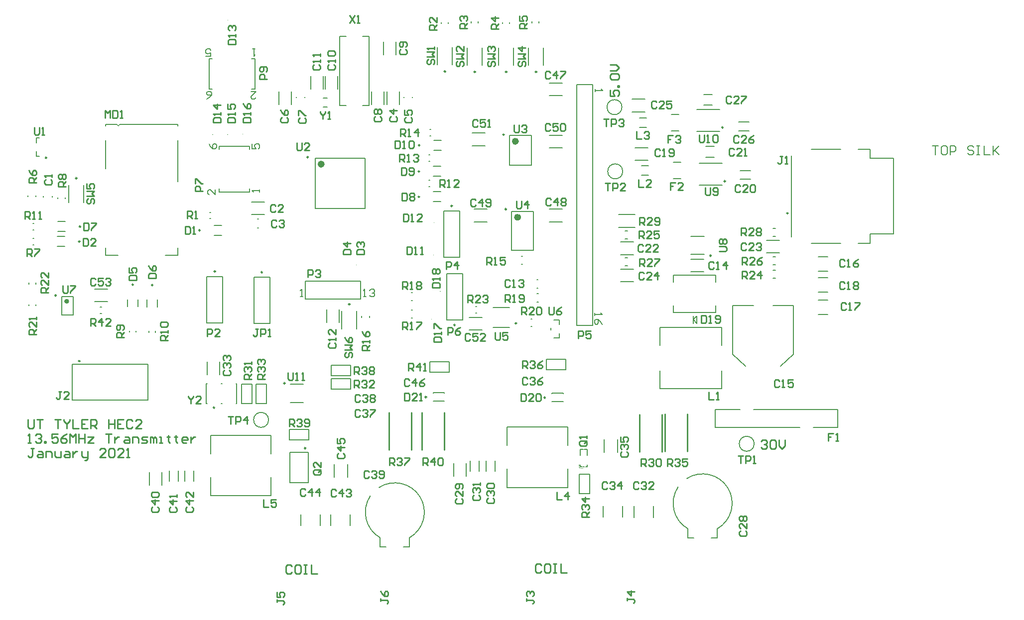
<source format=gbr>
%TF.GenerationSoftware,Altium Limited,Altium Designer,21.0.9 (235)*%
G04 Layer_Color=65535*
%FSLAX26Y26*%
%MOIN*%
%TF.SameCoordinates,617CA12B-F850-4EA5-9EC3-0E5FEE419536*%
%TF.FilePolarity,Positive*%
%TF.FileFunction,Legend,Top*%
%TF.Part,Single*%
G01*
G75*
%TA.AperFunction,NonConductor*%
%ADD84C,0.006000*%
%ADD145C,0.023622*%
%ADD146C,0.009842*%
%ADD147C,0.007874*%
%ADD148C,0.003937*%
%ADD149C,0.015748*%
%ADD150C,0.005000*%
%ADD151C,0.005906*%
%ADD152C,0.010000*%
%ADD153C,0.008000*%
D84*
X7256000Y4390981D02*
X7295987D01*
X7275993D01*
Y4331000D01*
X7345971Y4390981D02*
X7325977D01*
X7315981Y4380984D01*
Y4340997D01*
X7325977Y4331000D01*
X7345971D01*
X7355968Y4340997D01*
Y4380984D01*
X7345971Y4390981D01*
X7375961Y4331000D02*
Y4390981D01*
X7405952D01*
X7415948Y4380984D01*
Y4360990D01*
X7405952Y4350993D01*
X7375961D01*
X7535909Y4380984D02*
X7525913Y4390981D01*
X7505919D01*
X7495922Y4380984D01*
Y4370987D01*
X7505919Y4360990D01*
X7525913D01*
X7535909Y4350993D01*
Y4340997D01*
X7525913Y4331000D01*
X7505919D01*
X7495922Y4340997D01*
X7555903Y4390981D02*
X7575896D01*
X7565900D01*
Y4331000D01*
X7555903D01*
X7575896D01*
X7605887Y4390981D02*
Y4331000D01*
X7645874D01*
X7665867Y4390981D02*
Y4331000D01*
Y4350993D01*
X7705855Y4390981D01*
X7675864Y4360990D01*
X7705855Y4331000D01*
X4996929Y3269803D02*
Y3253142D01*
Y3261472D01*
X5046913D01*
X5038582Y3269803D01*
X5046913Y3194827D02*
X5038582Y3211489D01*
X5021921Y3228150D01*
X5005260D01*
X4996929Y3219819D01*
Y3203158D01*
X5005260Y3194827D01*
X5013590D01*
X5021921Y3203158D01*
Y3228150D01*
X5000000Y4770000D02*
Y4753339D01*
Y4761669D01*
X5049984D01*
X5041653Y4770000D01*
X2459000Y4097323D02*
Y4064000D01*
X2425677Y4097323D01*
X2417347D01*
X2409016Y4088992D01*
Y4072331D01*
X2417347Y4064000D01*
X2416906Y4404937D02*
X2425237Y4388275D01*
X2441898Y4371614D01*
X2458559D01*
X2466890Y4379945D01*
Y4396606D01*
X2458559Y4404937D01*
X2450229D01*
X2441898Y4396606D01*
Y4371614D01*
X2755000Y4082000D02*
Y4098661D01*
Y4090331D01*
X2705016D01*
X2713347Y4082000D01*
X2705016Y4403323D02*
Y4370000D01*
X2730008D01*
X2721677Y4386661D01*
Y4394992D01*
X2730008Y4403323D01*
X2746669D01*
X2755000Y4394992D01*
Y4378331D01*
X2746669Y4370000D01*
X2400063Y4705607D02*
X2416724Y4713938D01*
X2433386Y4730599D01*
Y4747260D01*
X2425055Y4755591D01*
X2408394D01*
X2400063Y4747260D01*
Y4738929D01*
X2408394Y4730599D01*
X2433386D01*
X2394677Y4990016D02*
X2428000D01*
Y5015008D01*
X2411339Y5006677D01*
X2403008D01*
X2394677Y5015008D01*
Y5031669D01*
X2403008Y5040000D01*
X2419669D01*
X2428000Y5031669D01*
X2696914Y4755591D02*
X2730236D01*
X2696914Y4722268D01*
Y4713938D01*
X2705244Y4705607D01*
X2721906D01*
X2730236Y4713938D01*
X2725000Y5042000D02*
X2708339D01*
X2716669D01*
Y4992016D01*
X2725000Y5000347D01*
D145*
X3178858Y4267953D02*
G03*
X3178858Y4267953I-11811J0D01*
G01*
X4478346Y4421024D02*
G03*
X4478346Y4421024I-11811J0D01*
G01*
X4493346Y3912569D02*
G03*
X4493346Y3912569I-11811J0D01*
G01*
D146*
X3081417Y4315197D02*
G03*
X3081417Y4315197I-4921J0D01*
G01*
X1552776Y2948937D02*
G03*
X1552776Y2948937I-4921J0D01*
G01*
X3827992Y4395000D02*
G03*
X3827992Y4395000I-4921J0D01*
G01*
X3825787Y4220000D02*
G03*
X3825787Y4220000I-4921J0D01*
G01*
Y4050000D02*
G03*
X3825787Y4050000I-4921J0D01*
G01*
X2774921Y3543976D02*
G03*
X2774921Y3543976I-4921J0D01*
G01*
X1532668Y4174331D02*
G03*
X1532668Y4174331I-4921J0D01*
G01*
X2040921Y3458010D02*
G03*
X2040921Y3458010I-4921J0D01*
G01*
X6292362Y3939252D02*
G03*
X6292362Y3939252I-4921J0D01*
G01*
X5777520Y3655872D02*
G03*
X5777520Y3655872I-4921J0D01*
G01*
X5873504Y4153756D02*
G03*
X5873504Y4153756I-4921J0D01*
G01*
X5858504Y4514307D02*
G03*
X5858504Y4514307I-4921J0D01*
G01*
X2356890Y3825000D02*
G03*
X2356890Y3825000I-4921J0D01*
G01*
X2459921Y3548976D02*
G03*
X2459921Y3548976I-4921J0D01*
G01*
X1329921Y4311535D02*
G03*
X1329921Y4311535I-4921J0D01*
G01*
X1552953Y3750000D02*
G03*
X1552953Y3750000I-4921J0D01*
G01*
X4609921Y4885669D02*
G03*
X4609921Y4885669I-4921J0D01*
G01*
X4409921D02*
G03*
X4409921Y4885669I-4921J0D01*
G01*
X4199921D02*
G03*
X4199921Y4885669I-4921J0D01*
G01*
X3999921Y4888740D02*
G03*
X3999921Y4888740I-4921J0D01*
G01*
X1910921Y3461032D02*
G03*
X1910921Y3461032I-4921J0D01*
G01*
X1557953Y3850000D02*
G03*
X1557953Y3850000I-4921J0D01*
G01*
X4044921Y3988809D02*
G03*
X4044921Y3988809I-4921J0D01*
G01*
X4392717Y4466299D02*
G03*
X4392717Y4466299I-4921J0D01*
G01*
X4407717Y3966703D02*
G03*
X4407717Y3966703I-4921J0D01*
G01*
X3359921Y3329331D02*
G03*
X3359921Y3329331I-4921J0D01*
G01*
X4064921Y3191024D02*
G03*
X4064921Y3191024I-4921J0D01*
G01*
X4475144Y3202598D02*
G03*
X4475144Y3202598I-4921J0D01*
G01*
X1394213Y3388898D02*
G03*
X1394213Y3388898I-4921J0D01*
G01*
X2926260Y2800774D02*
G03*
X2926260Y2800774I-4921J0D01*
G01*
X2454921Y2637205D02*
G03*
X2454921Y2637205I-4921J0D01*
G01*
X4668219Y2705000D02*
G03*
X4668219Y2705000I-4921J0D01*
G01*
X3064291Y2365551D02*
G03*
X3064291Y2365551I-4921J0D01*
G01*
X3872432Y2708376D02*
G03*
X3872432Y2708376I-4921J0D01*
G01*
D147*
X1808583Y4525039D02*
G03*
X1816457Y4532913I0J7874D01*
G01*
X1800709D02*
G03*
X1808583Y4525039I7874J0D01*
G01*
X6065000Y2395000D02*
G03*
X6065000Y2395000I-50000J0D01*
G01*
X5185000Y4220000D02*
G03*
X5185000Y4220000I-50000J0D01*
G01*
X5180000Y4650000D02*
G03*
X5180000Y4650000I-50000J0D01*
G01*
X2815000Y2555000D02*
G03*
X2815000Y2555000I-50000J0D01*
G01*
X5818425Y1825709D02*
G03*
X5614488Y2162323I-97673J170910D01*
G01*
X5555630Y2105236D02*
G03*
X5621575Y1825709I164019J-108848D01*
G01*
X3758425Y1765709D02*
G03*
X3554488Y2102323I-97673J170910D01*
G01*
X3495630Y2045236D02*
G03*
X3561575Y1765709I164019J-108848D01*
G01*
X1688583Y3312638D02*
X1696457D01*
X1688583Y3267362D02*
X1696457D01*
X3127677Y3972677D02*
X3462323D01*
X3127677Y4307323D02*
X3462323D01*
Y3972677D02*
Y4307323D01*
X3127677Y3972677D02*
Y4307323D01*
X1725905Y4237638D02*
Y4426614D01*
Y3658898D02*
Y3706142D01*
Y3658898D02*
X1808583D01*
X2123543D02*
X2206220D01*
Y3706142D01*
Y4151024D02*
Y4426614D01*
Y4525039D02*
Y4532913D01*
X1816457D02*
X2206220D01*
X1725905D02*
X1800709D01*
X1725905Y4525039D02*
Y4532913D01*
X3345276Y2171693D02*
Y2258307D01*
X3254724Y2171693D02*
Y2258307D01*
X5150276Y2336693D02*
Y2423307D01*
X5059724Y2336693D02*
Y2423307D01*
X2007500Y2687500D02*
Y2927500D01*
X1502500D02*
X2007500D01*
X1502500Y2687500D02*
Y2927500D01*
Y2687500D02*
X2007500D01*
X4694967Y4727677D02*
X4781582D01*
X4694967Y4812323D02*
X4781582D01*
X4191693Y3882677D02*
X4278307D01*
X4191693Y3967323D02*
X4278307D01*
X4694967D02*
X4781582D01*
X4694967Y3882677D02*
X4781582D01*
X4176693Y4392677D02*
X4263307D01*
X4176693Y4477323D02*
X4263307D01*
X4694967Y4462323D02*
X4781582D01*
X4694967Y4377677D02*
X4781582D01*
X4158217Y3157677D02*
X4244831D01*
X4158217Y3242323D02*
X4244831D01*
X1651220Y3432323D02*
X1737835D01*
X1651220Y3347677D02*
X1737835D01*
X3921496Y4361535D02*
X3970709D01*
X3921496Y4428465D02*
X3970709D01*
X3886063Y4289331D02*
X3893937D01*
X3886063Y4330669D02*
X3893937D01*
X3919291Y4186535D02*
X3968504D01*
X3919291Y4253465D02*
X3968504D01*
X3919291Y4016535D02*
X3968504D01*
X3919291Y4083465D02*
X3968504D01*
X4877047Y3189095D02*
Y4800905D01*
X4982953D01*
Y3189095D02*
Y4800905D01*
X4877047Y3189095D02*
X4982953D01*
X2716063Y3509921D02*
X2823937D01*
X2716063Y3200079D02*
Y3509921D01*
Y3200079D02*
X2823937D01*
Y3509921D01*
X1576959Y4010945D02*
Y4129055D01*
X1478534Y4010945D02*
Y4129055D01*
X2002535Y3310372D02*
Y3359585D01*
X2069465Y3310372D02*
Y3359585D01*
X5433307Y3174724D02*
X5846693D01*
X5433307Y2765276D02*
X5846693D01*
X5433307Y3054646D02*
Y3174724D01*
X5846693Y3054646D02*
Y3174724D01*
X5433307Y2765276D02*
Y2885354D01*
X5846693Y2765276D02*
Y2885354D01*
X5922244Y2994724D02*
X6008858Y2915984D01*
X5922244Y2994724D02*
Y3321496D01*
X6060039D01*
X6241142Y2915984D02*
X6327756Y2994724D01*
Y3321496D01*
X6189961D02*
X6327756D01*
X6998071Y3799488D02*
Y4307362D01*
X6840591D02*
X6998071D01*
X6840591D02*
Y4368386D01*
X6761323D02*
X6840591D01*
Y3799488D02*
X6998071D01*
X6840591Y3738465D02*
Y3799488D01*
X6761323Y3738465D02*
X6840591D01*
X6446052D02*
X6644267D01*
X6313032Y3781110D02*
Y4325741D01*
X6446052Y4368386D02*
X6644267D01*
X6624646Y2505055D02*
Y2623165D01*
X5805748D02*
X5970118D01*
X6060669D02*
X6624646D01*
X5805748Y2505055D02*
Y2623165D01*
Y2505055D02*
X6369725D01*
X6460276D02*
X6624646D01*
X5639724Y3785794D02*
X5730276D01*
X5639724Y3663747D02*
X5730276D01*
X5641221Y3632083D02*
X5727835D01*
X5641221Y3547437D02*
X5727835D01*
X6191142Y3557575D02*
X6208858D01*
X6191142Y3504425D02*
X6208858D01*
X5525394Y4281118D02*
X5574606D01*
X5525394Y4170882D02*
X5574606D01*
X5311378Y4257496D02*
X5358622D01*
X5311378Y4194504D02*
X5358622D01*
X5696338Y4274819D02*
X5849882D01*
X5696338Y4127181D02*
X5849882D01*
X5200827Y3821575D02*
X5218543D01*
X5200827Y3768425D02*
X5218543D01*
X5681066Y3201417D02*
Y3251417D01*
X5656066Y3226417D02*
X5681066Y3251417D01*
X5656066Y3226417D02*
X5681066Y3201417D01*
X5656066D02*
Y3251417D01*
X5523268Y3478740D02*
Y3524016D01*
X5806732Y3478740D02*
Y3524016D01*
X5523268Y3275984D02*
Y3321260D01*
X5806732Y3275984D02*
Y3321260D01*
X5523268Y3524016D02*
X5806732D01*
X5523268Y3275984D02*
X5806732D01*
X5266221Y4293677D02*
X5352835D01*
X5266221Y4378323D02*
X5352835D01*
X6493504Y3410787D02*
X6556496D01*
X6493504Y3509213D02*
X6556496D01*
X6493504Y3260787D02*
X6556496D01*
X6493504Y3359213D02*
X6556496D01*
X6493504Y3550787D02*
X6556496D01*
X6493504Y3649213D02*
X6556496D01*
X5969567Y4166472D02*
X6040433D01*
X5969567Y4225528D02*
X6040433D01*
X6191142Y3647575D02*
X6208858D01*
X6191142Y3594425D02*
X6208858D01*
X5199488Y3586988D02*
X5217205D01*
X5199488Y3640138D02*
X5217205D01*
X5741457Y4315567D02*
X5798543D01*
X5741457Y4386433D02*
X5798543D01*
X6191142Y3837575D02*
X6208858D01*
X6191142Y3784425D02*
X6208858D01*
X6146693Y3673677D02*
X6233307D01*
X6146693Y3758323D02*
X6233307D01*
X5171850Y3746604D02*
X5258465D01*
X5171850Y3661959D02*
X5258465D01*
X5158170Y3930562D02*
X5268884D01*
X5158170Y3845438D02*
X5268884D01*
X5171378Y3565167D02*
X5257992D01*
X5171378Y3480521D02*
X5257992D01*
X5510394Y4601669D02*
X5559606D01*
X5510394Y4491433D02*
X5559606D01*
X5296378Y4578047D02*
X5343622D01*
X5296378Y4515055D02*
X5343622D01*
X5681338Y4635370D02*
X5834882D01*
X5681338Y4487732D02*
X5834882D01*
X5247165Y4703874D02*
X5333779D01*
X5247165Y4619228D02*
X5333779D01*
X5961575Y4492024D02*
X6032441D01*
X5961575Y4551079D02*
X6032441D01*
X5726457Y4664567D02*
X5783543D01*
X5726457Y4735433D02*
X5783543D01*
X2450394Y3791535D02*
X2499606D01*
X2450394Y3858465D02*
X2499606D01*
X2401063Y3514921D02*
X2508937D01*
X2401063Y3205079D02*
Y3514921D01*
Y3205079D02*
X2508937D01*
Y3514921D01*
X2419567Y3945669D02*
X2427441D01*
X2419567Y3904331D02*
X2427441D01*
X4577362Y5216063D02*
Y5223937D01*
X4622638Y5216063D02*
Y5223937D01*
X4382362Y5211063D02*
Y5218937D01*
X4427638Y5211063D02*
Y5218937D01*
X4172362Y5215630D02*
Y5223504D01*
X4217638Y5215630D02*
Y5223504D01*
X3972362Y5211496D02*
Y5219370D01*
X4017638Y5211496D02*
Y5219370D01*
X1256575Y4051063D02*
Y4058937D01*
X1203425Y4051063D02*
Y4058937D01*
X1260039Y4321378D02*
X1279724D01*
X1260039D02*
Y4354842D01*
Y4443425D02*
X1279724D01*
X1260039Y4409961D02*
Y4443425D01*
X1400394Y3783465D02*
X1449606D01*
X1400394Y3716535D02*
X1449606D01*
X1236063Y3770669D02*
X1243937D01*
X1236063Y3729331D02*
X1243937D01*
X1452776Y4037142D02*
Y4042858D01*
X1403563Y4037142D02*
Y4042858D01*
X1308908Y4047047D02*
Y4052953D01*
X1365994Y4047047D02*
Y4052953D01*
X4555787Y4930945D02*
Y5049055D01*
X4654213Y4930945D02*
Y5049055D01*
X4355787Y4930945D02*
Y5049055D01*
X4454213Y4930945D02*
Y5049055D01*
X4145787Y4930945D02*
Y5049055D01*
X4244213Y4930945D02*
Y5049055D01*
X3945787Y4934016D02*
Y5052126D01*
X4044213Y4934016D02*
Y5052126D01*
X1872535Y3313394D02*
Y3362606D01*
X1939465Y3313394D02*
Y3362606D01*
X1885331Y3144063D02*
Y3151937D01*
X1926669Y3144063D02*
Y3151937D01*
X2015331Y3142567D02*
Y3150441D01*
X2056669Y3142567D02*
Y3150441D01*
X1405394Y3883465D02*
X1454606D01*
X1405394Y3816535D02*
X1454606D01*
X1236063Y3870669D02*
X1243937D01*
X1236063Y3829331D02*
X1243937D01*
X3058543Y4713465D02*
Y4719370D01*
X3001457Y4713465D02*
Y4719370D01*
X2967323Y4666221D02*
Y4752835D01*
X2882677Y4666221D02*
Y4752835D01*
X3778543Y4713465D02*
Y4719370D01*
X3721457Y4713465D02*
Y4719370D01*
X3692323Y4666221D02*
Y4752835D01*
X3607677Y4666221D02*
Y4752835D01*
X2740630Y3899492D02*
X2746535D01*
X2740630Y3842405D02*
X2746535D01*
X2702165Y4014817D02*
X2788780D01*
X2702165Y3930171D02*
X2788780D01*
X3886063Y4119331D02*
X3893937D01*
X3886063Y4160669D02*
X3893937D01*
X3059567Y3364567D02*
X3430433D01*
Y3485433D01*
X3059567D02*
X3430433D01*
X3059567Y3364567D02*
Y3485433D01*
X3894567Y4459331D02*
X3902441D01*
X3894567Y4500669D02*
X3902441D01*
X3986063Y3954754D02*
X4093937D01*
X3986063Y3644911D02*
Y3954754D01*
Y3644911D02*
X4093937D01*
Y3954754D01*
X4427165Y4259606D02*
X4572835D01*
X4427165Y4460394D02*
X4572835D01*
Y4259606D02*
Y4460394D01*
X4427165Y4259606D02*
Y4460394D01*
X4442165Y3692097D02*
X4587835D01*
X4442165Y3951939D02*
X4587835D01*
Y3692097D02*
Y3951939D01*
X4442165Y3692097D02*
Y3951939D01*
X2417047Y4772717D02*
X2438701D01*
X2417047Y4974685D02*
X2438701D01*
X2417047Y4772717D02*
Y4974685D01*
X2701299D02*
X2722953D01*
X2701299Y4772717D02*
X2722953D01*
Y4974685D01*
X4506417Y3598425D02*
X4514291D01*
X4506417Y3651575D02*
X4514291D01*
X3488425Y4662677D02*
Y5123307D01*
X3291575Y4662677D02*
Y5123307D01*
X3445118D02*
X3488425D01*
X3445118Y4662677D02*
X3488425D01*
X3291575Y5123307D02*
X3334882D01*
X3291575Y4662677D02*
X3334882D01*
X2484016Y4366299D02*
Y4387953D01*
X2685984Y4366299D02*
Y4387953D01*
X2484016D02*
X2685984D01*
Y4082047D02*
Y4103701D01*
X2484016Y4082047D02*
Y4103701D01*
Y4082047D02*
X2685984D01*
X3437441Y3241693D02*
Y3251535D01*
X3492559Y3241693D02*
Y3251535D01*
X3667323Y5001693D02*
Y5088307D01*
X3582677Y5001693D02*
Y5088307D01*
X3587323Y4666221D02*
Y4752835D01*
X3502677Y4666221D02*
Y4752835D01*
X3182323Y4771221D02*
Y4857835D01*
X3097677Y4771221D02*
Y4857835D01*
X3277323Y4771221D02*
Y4857835D01*
X3192677Y4771221D02*
Y4857835D01*
X3404213Y3165945D02*
Y3284055D01*
X3305787Y3165945D02*
Y3284055D01*
X4006063Y3225079D02*
X4113937D01*
Y3534921D01*
X4006063D02*
X4113937D01*
X4006063Y3225079D02*
Y3534921D01*
X3202677Y3206693D02*
Y3293307D01*
X3287323Y3206693D02*
Y3293307D01*
X3770709Y3291575D02*
X3778583D01*
X3770709Y3238425D02*
X3778583D01*
X3771063Y3406575D02*
X3778937D01*
X3771063Y3353425D02*
X3778937D01*
X4611693Y3345738D02*
X4621535D01*
X4611693Y3400856D02*
X4621535D01*
X4317256Y3173071D02*
X4427493D01*
X4317256Y3306929D02*
X4427493D01*
X4704810Y3158110D02*
Y3171890D01*
X4725479Y3105157D02*
X4759928D01*
Y3195512D02*
Y3224843D01*
Y3105157D02*
Y3134488D01*
X4725479Y3224843D02*
X4759928D01*
X4569800Y3180394D02*
X4577674D01*
X4569800Y3229606D02*
X4577674D01*
X1432599Y3258977D02*
X1507402D01*
X1432599Y3381024D02*
X1507402D01*
Y3258977D02*
Y3381024D01*
X1432599Y3258977D02*
Y3381024D01*
X1212362Y3466063D02*
Y3473937D01*
X1257638Y3466063D02*
Y3473937D01*
X1212362Y3320630D02*
Y3328504D01*
X1257638Y3320630D02*
Y3328504D01*
X4610630Y3436457D02*
X4616535D01*
X4610630Y3493543D02*
X4616535D01*
X4202508Y3313435D02*
X4206445D01*
X4202508Y3270128D02*
X4206445D01*
X5779055Y1764685D02*
X5818425D01*
X5621575D02*
X5660945D01*
X5818425D02*
Y1825709D01*
X5621575Y1764685D02*
Y1825709D01*
X4816496Y2102500D02*
Y2226240D01*
Y2383760D02*
Y2507500D01*
X4411496D02*
X4816496D01*
X4411496Y2102500D02*
Y2226240D01*
Y2383760D02*
Y2507500D01*
Y2102500D02*
X4816496D01*
X4165472Y2211575D02*
Y2282441D01*
X4224528Y2211575D02*
Y2282441D01*
X4270472Y2211575D02*
Y2282441D01*
X4329528Y2211575D02*
Y2282441D01*
X4137323Y2176693D02*
Y2263307D01*
X4052677Y2176693D02*
Y2263307D01*
X5389961Y1902244D02*
Y1977047D01*
X5260039Y1902244D02*
Y1977047D01*
X2487323Y2856693D02*
Y2943307D01*
X2402677Y2856693D02*
Y2943307D01*
X5184961Y1902953D02*
Y1977756D01*
X5055039Y1902953D02*
Y1977756D01*
X2961693Y2670853D02*
X3048307D01*
X2961693Y2792900D02*
X3048307D01*
X2397638Y2664764D02*
Y2798622D01*
X2596260Y2664764D02*
X2602362D01*
X2496260D02*
X2503740D01*
X2397638D02*
X2403740D01*
X2602362D02*
Y2798622D01*
X2596260D02*
X2602362D01*
X2496260D02*
X2503740D01*
X2397638D02*
X2403740D01*
X4712598Y2731575D02*
Y2733543D01*
Y2676457D02*
Y2678425D01*
Y2676457D02*
X4787402D01*
Y2731575D02*
Y2733543D01*
Y2676457D02*
Y2678425D01*
X4712598Y2733543D02*
X4787402D01*
X3719055Y1704685D02*
X3758425D01*
X3561575D02*
X3600945D01*
X3758425D02*
Y1765709D01*
X3561575Y1704685D02*
Y1765709D01*
X2831496Y2047500D02*
Y2171240D01*
Y2328760D02*
Y2452500D01*
X2426496D02*
X2831496D01*
X2426496Y2047500D02*
Y2171240D01*
Y2328760D02*
Y2452500D01*
Y2047500D02*
X2831496D01*
X2255472Y2144567D02*
Y2215433D01*
X2314528Y2144567D02*
Y2215433D01*
X2150472Y2144567D02*
Y2215433D01*
X2209528Y2144567D02*
Y2215433D01*
X2102323Y2116220D02*
Y2202835D01*
X2017677Y2116220D02*
Y2202835D01*
X3359961Y1847598D02*
Y1922401D01*
X3230039Y1847598D02*
Y1922401D01*
X3159961Y1847598D02*
Y1922401D01*
X3030039Y1847598D02*
Y1922401D01*
X2958386Y2336614D02*
X3081614D01*
X2958386Y2134646D02*
Y2336614D01*
Y2134646D02*
X3081614D01*
Y2336614D01*
X3916811Y2734951D02*
Y2736919D01*
Y2679832D02*
Y2681801D01*
Y2679832D02*
X3991614D01*
Y2734951D02*
Y2736919D01*
Y2679832D02*
Y2681801D01*
X3916811Y2736919D02*
X3991614D01*
X3028071Y3380000D02*
X3044732D01*
X3036401D01*
Y3429984D01*
X3028071Y3421653D01*
X3449331Y3380000D02*
X3465992D01*
X3457661D01*
Y3429984D01*
X3449331Y3421653D01*
X3490984D02*
X3499314Y3429984D01*
X3515976D01*
X3524307Y3421653D01*
Y3413323D01*
X3515976Y3404992D01*
X3507645D01*
X3515976D01*
X3524307Y3396661D01*
Y3388331D01*
X3515976Y3380000D01*
X3499314D01*
X3490984Y3388331D01*
D148*
X3922008Y3660866D02*
G03*
X3922008Y3660866I-1968J0D01*
G01*
X3402835Y3593740D02*
G03*
X3402835Y3593740I-1968J0D01*
G01*
X3317835Y3592520D02*
G03*
X3317835Y3592520I-1968J0D01*
G01*
X3922008Y3875866D02*
G03*
X3922008Y3875866I-1968J0D01*
G01*
X2542835Y5232520D02*
G03*
X2542835Y5232520I-1968J0D01*
G01*
X2442835Y4467520D02*
G03*
X2442835Y4467520I-1968J0D01*
G01*
X2642835Y4468740D02*
G03*
X2642835Y4468740I-1968J0D01*
G01*
X2542835Y4467520D02*
G03*
X2542835Y4467520I-1968J0D01*
G01*
X3907835Y3229961D02*
G03*
X3907835Y3229961I-1968J0D01*
G01*
X3966102Y3417480D02*
G03*
X3966102Y3417480I-1968J0D01*
G01*
D149*
X1471968Y3349528D02*
G03*
X1471968Y3349528I-7874J0D01*
G01*
D150*
X4948622Y2318307D02*
Y2357677D01*
X4928937Y2358071D02*
X4948622D01*
Y2239567D02*
Y2253346D01*
X4936811Y2239567D02*
X4948622D01*
X4921063D02*
X4928543D01*
X4916141Y2231496D02*
Y2231890D01*
X4901378Y2357677D02*
X4921063D01*
X4901378Y2318307D02*
Y2357677D01*
X4894488Y2252362D02*
Y2252756D01*
X4906889Y2231496D02*
Y2231890D01*
X4901378Y2239567D02*
X4913189D01*
X4901378D02*
Y2253347D01*
X4899015Y2234449D02*
Y2234843D01*
X4895078Y2242126D02*
Y2242519D01*
D151*
X3181220Y4709528D02*
X3208780D01*
X3181220Y4650472D02*
X3208780D01*
D152*
X5447805Y2340000D02*
Y2590000D01*
X5297805Y2340000D02*
Y2590000D01*
X5467815Y2345000D02*
Y2595000D01*
X5617815Y2345000D02*
Y2595000D01*
X3770000Y2355000D02*
Y2605000D01*
X3620000Y2355000D02*
Y2605000D01*
X3840000Y2355000D02*
Y2605000D01*
X3990000Y2355000D02*
Y2605000D01*
X1205000Y2556927D02*
Y2506944D01*
X1214997Y2496947D01*
X1234990D01*
X1244987Y2506944D01*
Y2556927D01*
X1264981D02*
X1304968D01*
X1284974D01*
Y2496947D01*
X1384942Y2556927D02*
X1424929D01*
X1404935D01*
Y2496947D01*
X1444922Y2556927D02*
Y2546931D01*
X1464916Y2526937D01*
X1484909Y2546931D01*
Y2556927D01*
X1464916Y2526937D02*
Y2496947D01*
X1504903Y2556927D02*
Y2496947D01*
X1544890D01*
X1604871Y2556927D02*
X1564884D01*
Y2496947D01*
X1604871D01*
X1564884Y2526937D02*
X1584877D01*
X1624864Y2496947D02*
Y2556927D01*
X1654854D01*
X1664851Y2546931D01*
Y2526937D01*
X1654854Y2516940D01*
X1624864D01*
X1644858D02*
X1664851Y2496947D01*
X1744825Y2556927D02*
Y2496947D01*
Y2526937D01*
X1784812D01*
Y2556927D01*
Y2496947D01*
X1844793Y2556927D02*
X1804806D01*
Y2496947D01*
X1844793D01*
X1804806Y2526937D02*
X1824800D01*
X1904774Y2546931D02*
X1894777Y2556927D01*
X1874783D01*
X1864787Y2546931D01*
Y2506944D01*
X1874783Y2496947D01*
X1894777D01*
X1904774Y2506944D01*
X1964754Y2496947D02*
X1924767D01*
X1964754Y2536934D01*
Y2546931D01*
X1954757Y2556927D01*
X1934764D01*
X1924767Y2546931D01*
X1205000Y2400970D02*
X1224994D01*
X1214997D01*
Y2460951D01*
X1205000Y2450954D01*
X1254984D02*
X1264981Y2460951D01*
X1284974D01*
X1294971Y2450954D01*
Y2440957D01*
X1284974Y2430961D01*
X1274977D01*
X1284974D01*
X1294971Y2420964D01*
Y2410967D01*
X1284974Y2400970D01*
X1264981D01*
X1254984Y2410967D01*
X1314964Y2400970D02*
Y2410967D01*
X1324961D01*
Y2400970D01*
X1314964D01*
X1404935Y2460951D02*
X1364948D01*
Y2430961D01*
X1384942Y2440957D01*
X1394938D01*
X1404935Y2430961D01*
Y2410967D01*
X1394938Y2400970D01*
X1374945D01*
X1364948Y2410967D01*
X1464916Y2460951D02*
X1444922Y2450954D01*
X1424929Y2430961D01*
Y2410967D01*
X1434926Y2400970D01*
X1454919D01*
X1464916Y2410967D01*
Y2420964D01*
X1454919Y2430961D01*
X1424929D01*
X1484909Y2400970D02*
Y2460951D01*
X1504903Y2440957D01*
X1524897Y2460951D01*
Y2400970D01*
X1544890Y2460951D02*
Y2400970D01*
Y2430961D01*
X1584877D01*
Y2460951D01*
Y2400970D01*
X1604871Y2440957D02*
X1644858D01*
X1604871Y2400970D01*
X1644858D01*
X1724832Y2460951D02*
X1764819D01*
X1744825D01*
Y2400970D01*
X1784812Y2440957D02*
Y2400970D01*
Y2420964D01*
X1794809Y2430961D01*
X1804806Y2440957D01*
X1814803D01*
X1854790D02*
X1874783D01*
X1884780Y2430961D01*
Y2400970D01*
X1854790D01*
X1844793Y2410967D01*
X1854790Y2420964D01*
X1884780D01*
X1904774Y2400970D02*
Y2440957D01*
X1934764D01*
X1944761Y2430961D01*
Y2400970D01*
X1964754D02*
X1994745D01*
X2004741Y2410967D01*
X1994745Y2420964D01*
X1974751D01*
X1964754Y2430961D01*
X1974751Y2440957D01*
X2004741D01*
X2024735Y2400970D02*
Y2440957D01*
X2034732D01*
X2044728Y2430961D01*
Y2400970D01*
Y2430961D01*
X2054725Y2440957D01*
X2064722Y2430961D01*
Y2400970D01*
X2084715D02*
X2104709D01*
X2094712D01*
Y2440957D01*
X2084715D01*
X2144696Y2450954D02*
Y2440957D01*
X2134699D01*
X2154693D01*
X2144696D01*
Y2410967D01*
X2154693Y2400970D01*
X2194680Y2450954D02*
Y2440957D01*
X2184683D01*
X2204677D01*
X2194680D01*
Y2410967D01*
X2204677Y2400970D01*
X2264657D02*
X2244664D01*
X2234667Y2410967D01*
Y2430961D01*
X2244664Y2440957D01*
X2264657D01*
X2274654Y2430961D01*
Y2420964D01*
X2234667D01*
X2294647Y2440957D02*
Y2400970D01*
Y2420964D01*
X2304644Y2430961D01*
X2314641Y2440957D01*
X2324638D01*
X1244987Y2364974D02*
X1224994D01*
X1234990D01*
Y2314990D01*
X1224994Y2304994D01*
X1214997D01*
X1205000Y2314990D01*
X1274977Y2344981D02*
X1294971D01*
X1304968Y2334984D01*
Y2304994D01*
X1274977D01*
X1264981Y2314990D01*
X1274977Y2324987D01*
X1304968D01*
X1324961Y2304994D02*
Y2344981D01*
X1354951D01*
X1364948Y2334984D01*
Y2304994D01*
X1384942Y2344981D02*
Y2314990D01*
X1394939Y2304994D01*
X1424929D01*
Y2344981D01*
X1454919D02*
X1474913D01*
X1484909Y2334984D01*
Y2304994D01*
X1454919D01*
X1444922Y2314990D01*
X1454919Y2324987D01*
X1484909D01*
X1504903Y2344981D02*
Y2304994D01*
Y2324987D01*
X1514900Y2334984D01*
X1524897Y2344981D01*
X1534893D01*
X1564884D02*
Y2314990D01*
X1574880Y2304994D01*
X1604871D01*
Y2294997D01*
X1594874Y2285000D01*
X1584877D01*
X1604871Y2304994D02*
Y2344981D01*
X1724832Y2304994D02*
X1684845D01*
X1724832Y2344981D01*
Y2354977D01*
X1714835Y2364974D01*
X1694842D01*
X1684845Y2354977D01*
X1744825D02*
X1754822Y2364974D01*
X1774816D01*
X1784812Y2354977D01*
Y2314990D01*
X1774816Y2304994D01*
X1754822D01*
X1744825Y2314990D01*
Y2354977D01*
X1844793Y2304994D02*
X1804806D01*
X1844793Y2344981D01*
Y2354977D01*
X1834796Y2364974D01*
X1814803D01*
X1804806Y2354977D01*
X1864787Y2304994D02*
X1884780D01*
X1874783D01*
Y2364974D01*
X1864787Y2354977D01*
X2969987Y1574984D02*
X2959990Y1584981D01*
X2939997D01*
X2930000Y1574984D01*
Y1534997D01*
X2939997Y1525000D01*
X2959990D01*
X2969987Y1534997D01*
X3019971Y1584981D02*
X2999977D01*
X2989981Y1574984D01*
Y1534997D01*
X2999977Y1525000D01*
X3019971D01*
X3029968Y1534997D01*
Y1574984D01*
X3019971Y1584981D01*
X3049961D02*
X3069955D01*
X3059958D01*
Y1525000D01*
X3049961D01*
X3069955D01*
X3099945Y1584981D02*
Y1525000D01*
X3139932D01*
X4639987Y1579984D02*
X4629990Y1589981D01*
X4609997D01*
X4600000Y1579984D01*
Y1539997D01*
X4609997Y1530000D01*
X4629990D01*
X4639987Y1539997D01*
X4689971Y1589981D02*
X4669977D01*
X4659981Y1579984D01*
Y1539997D01*
X4669977Y1530000D01*
X4689971D01*
X4699968Y1539997D01*
Y1579984D01*
X4689971Y1589981D01*
X4719961D02*
X4739955D01*
X4729958D01*
Y1530000D01*
X4719961D01*
X4739955D01*
X4769945Y1589981D02*
Y1530000D01*
X4809932D01*
X5100019Y4764987D02*
Y4725000D01*
X5130010D01*
X5120013Y4744993D01*
Y4754990D01*
X5130010Y4764987D01*
X5150003D01*
X5160000Y4754990D01*
Y4734997D01*
X5150003Y4725000D01*
X5160000Y4784981D02*
X5150003D01*
Y4794977D01*
X5160000D01*
Y4784981D01*
X5110016Y4834964D02*
X5100019Y4844961D01*
Y4864955D01*
X5110016Y4874952D01*
X5150003D01*
X5160000Y4864955D01*
Y4844961D01*
X5150003Y4834964D01*
X5110016D01*
X5100019Y4894945D02*
X5140007D01*
X5160000Y4914939D01*
X5140007Y4934932D01*
X5100019D01*
X6110000Y2409984D02*
X6119997Y2419981D01*
X6139990D01*
X6149987Y2409984D01*
Y2399987D01*
X6139990Y2389990D01*
X6129993D01*
X6139990D01*
X6149987Y2379994D01*
Y2369997D01*
X6139990Y2360000D01*
X6119997D01*
X6110000Y2369997D01*
X6169981Y2409984D02*
X6179977Y2419981D01*
X6199971D01*
X6209968Y2409984D01*
Y2369997D01*
X6199971Y2360000D01*
X6179977D01*
X6169981Y2369997D01*
Y2409984D01*
X6229961Y2419981D02*
Y2379994D01*
X6249955Y2360000D01*
X6269948Y2379994D01*
Y2419981D01*
X1623355Y3186008D02*
Y3235992D01*
X1648347D01*
X1656678Y3227661D01*
Y3211000D01*
X1648347Y3202669D01*
X1623355D01*
X1640016D02*
X1656678Y3186008D01*
X1698331D02*
Y3235992D01*
X1673339Y3211000D01*
X1706661D01*
X1756645Y3186008D02*
X1723322D01*
X1756645Y3219331D01*
Y3227661D01*
X1748314Y3235992D01*
X1731653D01*
X1723322Y3227661D01*
X2544355Y2578992D02*
X2577677D01*
X2561016D01*
Y2529008D01*
X2594339D02*
Y2578992D01*
X2619331D01*
X2627661Y2570661D01*
Y2554000D01*
X2619331Y2545669D01*
X2594339D01*
X2669314Y2529008D02*
Y2578992D01*
X2644323Y2554000D01*
X2677645D01*
X5058355Y4569992D02*
X5091677D01*
X5075016D01*
Y4520008D01*
X5108339D02*
Y4569992D01*
X5133331D01*
X5141661Y4561661D01*
Y4545000D01*
X5133331Y4536669D01*
X5108339D01*
X5158323Y4561661D02*
X5166653Y4569992D01*
X5183314D01*
X5191645Y4561661D01*
Y4553331D01*
X5183314Y4545000D01*
X5174984D01*
X5183314D01*
X5191645Y4536669D01*
Y4528339D01*
X5183314Y4520008D01*
X5166653D01*
X5158323Y4528339D01*
X5068355Y4139992D02*
X5101677D01*
X5085016D01*
Y4090008D01*
X5118339D02*
Y4139992D01*
X5143331D01*
X5151661Y4131661D01*
Y4115000D01*
X5143331Y4106669D01*
X5118339D01*
X5201645Y4090008D02*
X5168323D01*
X5201645Y4123331D01*
Y4131661D01*
X5193314Y4139992D01*
X5176653D01*
X5168323Y4131661D01*
X5956686Y2314992D02*
X5990008D01*
X5973347D01*
Y2265008D01*
X6006669D02*
Y2314992D01*
X6031661D01*
X6039992Y2306661D01*
Y2290000D01*
X6031661Y2281669D01*
X6006669D01*
X6056653Y2265008D02*
X6073315D01*
X6064984D01*
Y2314992D01*
X6056653Y2306661D01*
X1426669Y2744992D02*
X1410008D01*
X1418339D01*
Y2703339D01*
X1410008Y2695008D01*
X1401677D01*
X1393347Y2703339D01*
X1476653Y2695008D02*
X1443331D01*
X1476653Y2728331D01*
Y2736661D01*
X1468322Y2744992D01*
X1451661D01*
X1443331Y2736661D01*
X1656205Y3496661D02*
X1647874Y3504992D01*
X1631213D01*
X1622882Y3496661D01*
Y3463339D01*
X1631213Y3455008D01*
X1647874D01*
X1656205Y3463339D01*
X1706189Y3504992D02*
X1672866D01*
Y3480000D01*
X1689528Y3488331D01*
X1697858D01*
X1706189Y3480000D01*
Y3463339D01*
X1697858Y3455008D01*
X1681197D01*
X1672866Y3463339D01*
X1722850Y3496661D02*
X1731181Y3504992D01*
X1747842D01*
X1756173Y3496661D01*
Y3488331D01*
X1747842Y3480000D01*
X1739511D01*
X1747842D01*
X1756173Y3471669D01*
Y3463339D01*
X1747842Y3455008D01*
X1731181D01*
X1722850Y3463339D01*
X4163201Y3126661D02*
X4154870Y3134992D01*
X4138209D01*
X4129879Y3126661D01*
Y3093339D01*
X4138209Y3085008D01*
X4154870D01*
X4163201Y3093339D01*
X4213185Y3134992D02*
X4179862D01*
Y3110000D01*
X4196524Y3118331D01*
X4204854D01*
X4213185Y3110000D01*
Y3093339D01*
X4204854Y3085008D01*
X4188193D01*
X4179862Y3093339D01*
X4263169Y3085008D02*
X4229846D01*
X4263169Y3118331D01*
Y3126661D01*
X4254838Y3134992D01*
X4238177D01*
X4229846Y3126661D01*
X4215485Y4558152D02*
X4207155Y4566482D01*
X4190493D01*
X4182163Y4558152D01*
Y4524829D01*
X4190493Y4516498D01*
X4207155D01*
X4215485Y4524829D01*
X4265469Y4566482D02*
X4232147D01*
Y4541490D01*
X4248808Y4549821D01*
X4257139D01*
X4265469Y4541490D01*
Y4524829D01*
X4257139Y4516498D01*
X4240477D01*
X4232147Y4524829D01*
X4282131Y4516498D02*
X4298792D01*
X4290461D01*
Y4566482D01*
X4282131Y4558152D01*
X4699480Y4531661D02*
X4691149Y4539992D01*
X4674488D01*
X4666157Y4531661D01*
Y4498339D01*
X4674488Y4490008D01*
X4691149D01*
X4699480Y4498339D01*
X4749463Y4539992D02*
X4716141D01*
Y4515000D01*
X4732802Y4523331D01*
X4741133D01*
X4749463Y4515000D01*
Y4498339D01*
X4741133Y4490008D01*
X4724471D01*
X4716141Y4498339D01*
X4766124Y4531661D02*
X4774455Y4539992D01*
X4791116D01*
X4799447Y4531661D01*
Y4498339D01*
X4791116Y4490008D01*
X4774455D01*
X4766124Y4498339D01*
Y4531661D01*
X4201677Y4026661D02*
X4193347Y4034992D01*
X4176685D01*
X4168355Y4026661D01*
Y3993339D01*
X4176685Y3985008D01*
X4193347D01*
X4201677Y3993339D01*
X4243331Y3985008D02*
Y4034992D01*
X4218339Y4010000D01*
X4251661D01*
X4268323Y3993339D02*
X4276653Y3985008D01*
X4293314D01*
X4301645Y3993339D01*
Y4026661D01*
X4293314Y4034992D01*
X4276653D01*
X4268323Y4026661D01*
Y4018331D01*
X4276653Y4010000D01*
X4301645D01*
X4705424Y4031661D02*
X4697094Y4039992D01*
X4680432D01*
X4672102Y4031661D01*
Y3998339D01*
X4680432Y3990008D01*
X4697094D01*
X4705424Y3998339D01*
X4747077Y3990008D02*
Y4039992D01*
X4722086Y4015000D01*
X4755408D01*
X4772069Y4031661D02*
X4780400Y4039992D01*
X4797061D01*
X4805392Y4031661D01*
Y4023331D01*
X4797061Y4015000D01*
X4805392Y4006669D01*
Y3998339D01*
X4797061Y3990008D01*
X4780400D01*
X4772069Y3998339D01*
Y4006669D01*
X4780400Y4015000D01*
X4772069Y4023331D01*
Y4031661D01*
X4780400Y4015000D02*
X4797061D01*
X4700424Y4881661D02*
X4692094Y4889992D01*
X4675432D01*
X4667102Y4881661D01*
Y4848339D01*
X4675432Y4840008D01*
X4692094D01*
X4700424Y4848339D01*
X4742077Y4840008D02*
Y4889992D01*
X4717086Y4865000D01*
X4750408D01*
X4767069Y4889992D02*
X4800392D01*
Y4881661D01*
X4767069Y4848339D01*
Y4840008D01*
X3662520Y4424992D02*
Y4375008D01*
X3687512D01*
X3695843Y4383339D01*
Y4416661D01*
X3687512Y4424992D01*
X3662520D01*
X3712504Y4375008D02*
X3729165D01*
X3720835D01*
Y4424992D01*
X3712504Y4416661D01*
X3754157D02*
X3762488Y4424992D01*
X3779149D01*
X3787480Y4416661D01*
Y4383339D01*
X3779149Y4375008D01*
X3762488D01*
X3754157Y4383339D01*
Y4416661D01*
X3692520Y4285008D02*
Y4334992D01*
X3717512D01*
X3725843Y4326661D01*
Y4310000D01*
X3717512Y4301669D01*
X3692520D01*
X3709182D02*
X3725843Y4285008D01*
X3742504D02*
X3759165D01*
X3750835D01*
Y4334992D01*
X3742504Y4326661D01*
X3784157D02*
X3792488Y4334992D01*
X3809149D01*
X3817480Y4326661D01*
Y4318331D01*
X3809149Y4310000D01*
X3800818D01*
X3809149D01*
X3817480Y4301669D01*
Y4293339D01*
X3809149Y4285008D01*
X3792488D01*
X3784157Y4293339D01*
X2011008Y3503325D02*
X2060992D01*
Y3528317D01*
X2052661Y3536648D01*
X2019339D01*
X2011008Y3528317D01*
Y3503325D01*
Y3586632D02*
X2019339Y3569970D01*
X2036000Y3553309D01*
X2052661D01*
X2060992Y3561640D01*
Y3578301D01*
X2052661Y3586632D01*
X2044331D01*
X2036000Y3578301D01*
Y3553309D01*
X3003347Y4409992D02*
Y4368339D01*
X3011677Y4360008D01*
X3028339D01*
X3036669Y4368339D01*
Y4409992D01*
X3086653Y4360008D02*
X3053331D01*
X3086653Y4393331D01*
Y4401661D01*
X3078323Y4409992D01*
X3061661D01*
X3053331Y4401661D01*
X1722223Y4578229D02*
Y4628212D01*
X1738884Y4611551D01*
X1755546Y4628212D01*
Y4578229D01*
X1772207Y4628212D02*
Y4578229D01*
X1797199D01*
X1805529Y4586559D01*
Y4619882D01*
X1797199Y4628212D01*
X1772207D01*
X1822191Y4578229D02*
X1838852D01*
X1830521D01*
Y4628212D01*
X1822191Y4619882D01*
X5761677Y2739992D02*
Y2690008D01*
X5795000D01*
X5811661D02*
X5828323D01*
X5819992D01*
Y2739992D01*
X5811661Y2731661D01*
X3565008Y1356669D02*
Y1340008D01*
Y1348339D01*
X3606661D01*
X3614992Y1340008D01*
Y1331677D01*
X3606661Y1323347D01*
X3565008Y1406653D02*
X3573339Y1389992D01*
X3590000Y1373331D01*
X3606661D01*
X3614992Y1381661D01*
Y1398322D01*
X3606661Y1406653D01*
X3598331D01*
X3590000Y1398322D01*
Y1373331D01*
X2870008Y1351669D02*
Y1335008D01*
Y1343339D01*
X2911661D01*
X2919992Y1335008D01*
Y1326677D01*
X2911661Y1318347D01*
X2870008Y1401653D02*
Y1368331D01*
X2895000D01*
X2886669Y1384992D01*
Y1393322D01*
X2895000Y1401653D01*
X2911661D01*
X2919992Y1393322D01*
Y1376661D01*
X2911661Y1368331D01*
X5215008Y1361669D02*
Y1345008D01*
Y1353339D01*
X5256661D01*
X5264992Y1345008D01*
Y1336677D01*
X5256661Y1328347D01*
X5264992Y1403322D02*
X5215008D01*
X5240000Y1378331D01*
Y1411653D01*
X4540008Y1356669D02*
Y1340008D01*
Y1348339D01*
X4581661D01*
X4589992Y1340008D01*
Y1331677D01*
X4581661Y1323347D01*
X4548339Y1373331D02*
X4540008Y1381661D01*
Y1398322D01*
X4548339Y1406653D01*
X4556669D01*
X4565000Y1398322D01*
Y1389992D01*
Y1398322D01*
X4573331Y1406653D01*
X4581661D01*
X4589992Y1398322D01*
Y1381661D01*
X4581661Y1373331D01*
X6233156Y2815401D02*
X6224825Y2823732D01*
X6208164D01*
X6199833Y2815401D01*
Y2782079D01*
X6208164Y2773748D01*
X6224825D01*
X6233156Y2782079D01*
X6249817Y2773748D02*
X6266478D01*
X6258148D01*
Y2823732D01*
X6249817Y2815401D01*
X6324793Y2823732D02*
X6291470D01*
Y2798740D01*
X6308131Y2807071D01*
X6316462D01*
X6324793Y2798740D01*
Y2782079D01*
X6316462Y2773748D01*
X6299801D01*
X6291470Y2782079D01*
X2278347Y2714992D02*
Y2706661D01*
X2295008Y2690000D01*
X2311669Y2706661D01*
Y2714992D01*
X2295008Y2690000D02*
Y2665008D01*
X2361653D02*
X2328331D01*
X2361653Y2698331D01*
Y2706661D01*
X2353323Y2714992D01*
X2336661D01*
X2328331Y2706661D01*
X3161677Y4619992D02*
Y4611661D01*
X3178339Y4595000D01*
X3195000Y4611661D01*
Y4619992D01*
X3178339Y4595000D02*
Y4570008D01*
X3211661D02*
X3228323D01*
X3219992D01*
Y4619992D01*
X3211661Y4611661D01*
X3356677Y5264992D02*
X3390000Y5215008D01*
Y5264992D02*
X3356677Y5215008D01*
X3406661D02*
X3423323D01*
X3414992D01*
Y5264992D01*
X3406661Y5256661D01*
X2945851Y2871868D02*
Y2830215D01*
X2954182Y2821884D01*
X2970843D01*
X2979173Y2830215D01*
Y2871868D01*
X2995835Y2821884D02*
X3012496D01*
X3004165D01*
Y2871868D01*
X2995835Y2863537D01*
X3037488Y2821884D02*
X3054149D01*
X3045818D01*
Y2871868D01*
X3037488Y2863537D01*
X5697520Y4464992D02*
Y4423339D01*
X5705851Y4415008D01*
X5722512D01*
X5730843Y4423339D01*
Y4464992D01*
X5747504Y4415008D02*
X5764165D01*
X5755835D01*
Y4464992D01*
X5747504Y4456661D01*
X5789157D02*
X5797488Y4464992D01*
X5814149D01*
X5822480Y4456661D01*
Y4423339D01*
X5814149Y4415008D01*
X5797488D01*
X5789157Y4423339D01*
Y4456661D01*
X5738347Y4109992D02*
Y4068339D01*
X5746677Y4060008D01*
X5763339D01*
X5771669Y4068339D01*
Y4109992D01*
X5788331Y4068339D02*
X5796661Y4060008D01*
X5813323D01*
X5821653Y4068339D01*
Y4101661D01*
X5813323Y4109992D01*
X5796661D01*
X5788331Y4101661D01*
Y4093331D01*
X5796661Y4085000D01*
X5821653D01*
X5830008Y3683347D02*
X5871661D01*
X5879992Y3691677D01*
Y3708339D01*
X5871661Y3716669D01*
X5830008D01*
X5838339Y3733331D02*
X5830008Y3741661D01*
Y3758322D01*
X5838339Y3766653D01*
X5846669D01*
X5855000Y3758322D01*
X5863331Y3766653D01*
X5871661D01*
X5879992Y3758322D01*
Y3741661D01*
X5871661Y3733331D01*
X5863331D01*
X5855000Y3741661D01*
X5846669Y3733331D01*
X5838339D01*
X5855000Y3741661D02*
Y3758322D01*
X1438347Y3454992D02*
Y3413339D01*
X1446677Y3405008D01*
X1463339D01*
X1471669Y3413339D01*
Y3454992D01*
X1488331D02*
X1521653D01*
Y3446661D01*
X1488331Y3413339D01*
Y3405008D01*
X4690086Y3309992D02*
Y3268339D01*
X4698416Y3260008D01*
X4715078D01*
X4723408Y3268339D01*
Y3309992D01*
X4773392D02*
X4756731Y3301661D01*
X4740070Y3285000D01*
Y3268339D01*
X4748400Y3260008D01*
X4765061D01*
X4773392Y3268339D01*
Y3276669D01*
X4765061Y3285000D01*
X4740070D01*
X4331635Y3139992D02*
Y3098339D01*
X4339966Y3090008D01*
X4356627D01*
X4364958Y3098339D01*
Y3139992D01*
X4414941D02*
X4381619D01*
Y3115000D01*
X4398280Y3123331D01*
X4406611D01*
X4414941Y3115000D01*
Y3098339D01*
X4406611Y3090008D01*
X4389949D01*
X4381619Y3098339D01*
X4473347Y4022010D02*
Y3980356D01*
X4481677Y3972026D01*
X4498339D01*
X4506669Y3980356D01*
Y4022010D01*
X4548323Y3972026D02*
Y4022010D01*
X4523331Y3997018D01*
X4556653D01*
X4458347Y4529992D02*
Y4488339D01*
X4466677Y4480008D01*
X4483339D01*
X4491669Y4488339D01*
Y4529992D01*
X4508331Y4521661D02*
X4516661Y4529992D01*
X4533323D01*
X4541653Y4521661D01*
Y4513331D01*
X4533323Y4505000D01*
X4524992D01*
X4533323D01*
X4541653Y4496669D01*
Y4488339D01*
X4533323Y4480008D01*
X4516661D01*
X4508331Y4488339D01*
X1246678Y4514992D02*
Y4473339D01*
X1255008Y4465008D01*
X1271669D01*
X1280000Y4473339D01*
Y4514992D01*
X1296661Y4465008D02*
X1313323D01*
X1304992D01*
Y4514992D01*
X1296661Y4506661D01*
X3333338Y3006677D02*
X3325008Y2998347D01*
Y2981686D01*
X3333338Y2973355D01*
X3341669D01*
X3350000Y2981686D01*
Y2998347D01*
X3358330Y3006677D01*
X3366661D01*
X3374992Y2998347D01*
Y2981686D01*
X3366661Y2973355D01*
X3325008Y3023339D02*
X3374992D01*
X3358330Y3040000D01*
X3374992Y3056661D01*
X3325008D01*
Y3106645D02*
X3333338Y3089984D01*
X3350000Y3073323D01*
X3366661D01*
X3374992Y3081653D01*
Y3098314D01*
X3366661Y3106645D01*
X3358330D01*
X3350000Y3098314D01*
Y3073323D01*
X1606085Y4036677D02*
X1597755Y4028347D01*
Y4011686D01*
X1606085Y4003355D01*
X1614416D01*
X1622746Y4011686D01*
Y4028347D01*
X1631077Y4036677D01*
X1639408D01*
X1647738Y4028347D01*
Y4011686D01*
X1639408Y4003355D01*
X1597755Y4053339D02*
X1647738D01*
X1631077Y4070000D01*
X1647738Y4086661D01*
X1597755D01*
Y4136645D02*
Y4103323D01*
X1622746D01*
X1614416Y4119984D01*
Y4128314D01*
X1622746Y4136645D01*
X1639408D01*
X1647738Y4128314D01*
Y4111653D01*
X1639408Y4103323D01*
X4493338Y4956677D02*
X4485008Y4948347D01*
Y4931685D01*
X4493338Y4923355D01*
X4501669D01*
X4510000Y4931685D01*
Y4948347D01*
X4518330Y4956677D01*
X4526661D01*
X4534992Y4948347D01*
Y4931685D01*
X4526661Y4923355D01*
X4485008Y4973339D02*
X4534992D01*
X4518330Y4990000D01*
X4534992Y5006661D01*
X4485008D01*
X4534992Y5048314D02*
X4485008D01*
X4510000Y5023323D01*
Y5056645D01*
X4288338Y4956677D02*
X4280008Y4948347D01*
Y4931685D01*
X4288338Y4923355D01*
X4296669D01*
X4305000Y4931685D01*
Y4948347D01*
X4313330Y4956677D01*
X4321661D01*
X4329992Y4948347D01*
Y4931685D01*
X4321661Y4923355D01*
X4280008Y4973339D02*
X4329992D01*
X4313330Y4990000D01*
X4329992Y5006661D01*
X4280008D01*
X4288338Y5023323D02*
X4280008Y5031653D01*
Y5048314D01*
X4288338Y5056645D01*
X4296669D01*
X4305000Y5048314D01*
Y5039984D01*
Y5048314D01*
X4313330Y5056645D01*
X4321661D01*
X4329992Y5048314D01*
Y5031653D01*
X4321661Y5023323D01*
X4078338Y4956677D02*
X4070008Y4948347D01*
Y4931685D01*
X4078338Y4923355D01*
X4086669D01*
X4095000Y4931685D01*
Y4948347D01*
X4103330Y4956677D01*
X4111661D01*
X4119992Y4948347D01*
Y4931685D01*
X4111661Y4923355D01*
X4070008Y4973339D02*
X4119992D01*
X4103330Y4990000D01*
X4119992Y5006661D01*
X4070008D01*
X4119992Y5056645D02*
Y5023323D01*
X4086669Y5056645D01*
X4078338D01*
X4070008Y5048314D01*
Y5031653D01*
X4078338Y5023323D01*
X3883339Y4970008D02*
X3875008Y4961677D01*
Y4945016D01*
X3883339Y4936686D01*
X3891669D01*
X3900000Y4945016D01*
Y4961677D01*
X3908331Y4970008D01*
X3916661D01*
X3924992Y4961677D01*
Y4945016D01*
X3916661Y4936686D01*
X3875008Y4986669D02*
X3924992D01*
X3908331Y5003331D01*
X3924992Y5019992D01*
X3875008D01*
X3924992Y5036653D02*
Y5053315D01*
Y5044984D01*
X3875008D01*
X3883339Y5036653D01*
X3751686Y2885008D02*
Y2934992D01*
X3776677D01*
X3785008Y2926661D01*
Y2910000D01*
X3776677Y2901669D01*
X3751686D01*
X3768347D02*
X3785008Y2885008D01*
X3826661D02*
Y2934992D01*
X3801669Y2910000D01*
X3834992D01*
X3851653Y2885008D02*
X3868314D01*
X3859984D01*
Y2934992D01*
X3851653Y2926661D01*
X3848355Y2249508D02*
Y2299492D01*
X3873347D01*
X3881677Y2291161D01*
Y2274500D01*
X3873347Y2266169D01*
X3848355D01*
X3865016D02*
X3881677Y2249508D01*
X3923331D02*
Y2299492D01*
X3898339Y2274500D01*
X3931661D01*
X3948323Y2291161D02*
X3956653Y2299492D01*
X3973314D01*
X3981645Y2291161D01*
Y2257839D01*
X3973314Y2249508D01*
X3956653D01*
X3948323Y2257839D01*
Y2291161D01*
X2953355Y2510008D02*
Y2559992D01*
X2978347D01*
X2986677Y2551661D01*
Y2535000D01*
X2978347Y2526669D01*
X2953355D01*
X2970016D02*
X2986677Y2510008D01*
X3003339Y2551661D02*
X3011669Y2559992D01*
X3028331D01*
X3036661Y2551661D01*
Y2543331D01*
X3028331Y2535000D01*
X3020000D01*
X3028331D01*
X3036661Y2526669D01*
Y2518339D01*
X3028331Y2510008D01*
X3011669D01*
X3003339Y2518339D01*
X3053323D02*
X3061653Y2510008D01*
X3078314D01*
X3086645Y2518339D01*
Y2551661D01*
X3078314Y2559992D01*
X3061653D01*
X3053323Y2551661D01*
Y2543331D01*
X3061653Y2535000D01*
X3086645D01*
X3388355Y2860008D02*
Y2909992D01*
X3413347D01*
X3421677Y2901661D01*
Y2885000D01*
X3413347Y2876669D01*
X3388355D01*
X3405016D02*
X3421677Y2860008D01*
X3438339Y2901661D02*
X3446669Y2909992D01*
X3463331D01*
X3471661Y2901661D01*
Y2893331D01*
X3463331Y2885000D01*
X3455000D01*
X3463331D01*
X3471661Y2876669D01*
Y2868339D01*
X3463331Y2860008D01*
X3446669D01*
X3438339Y2868339D01*
X3488323Y2901661D02*
X3496653Y2909992D01*
X3513314D01*
X3521645Y2901661D01*
Y2893331D01*
X3513314Y2885000D01*
X3521645Y2876669D01*
Y2868339D01*
X3513314Y2860008D01*
X3496653D01*
X3488323Y2868339D01*
Y2876669D01*
X3496653Y2885000D01*
X3488323Y2893331D01*
Y2901661D01*
X3496653Y2885000D02*
X3513314D01*
X3623355Y2250008D02*
Y2299992D01*
X3648347D01*
X3656677Y2291661D01*
Y2275000D01*
X3648347Y2266669D01*
X3623355D01*
X3640016D02*
X3656677Y2250008D01*
X3673339Y2291661D02*
X3681669Y2299992D01*
X3698331D01*
X3706661Y2291661D01*
Y2283331D01*
X3698331Y2275000D01*
X3690000D01*
X3698331D01*
X3706661Y2266669D01*
Y2258339D01*
X3698331Y2250008D01*
X3681669D01*
X3673339Y2258339D01*
X3723323Y2299992D02*
X3756645D01*
Y2291661D01*
X3723323Y2258339D01*
Y2250008D01*
X4513355Y2900008D02*
Y2949992D01*
X4538347D01*
X4546677Y2941661D01*
Y2925000D01*
X4538347Y2916669D01*
X4513355D01*
X4530016D02*
X4546677Y2900008D01*
X4563339Y2941661D02*
X4571669Y2949992D01*
X4588331D01*
X4596661Y2941661D01*
Y2933331D01*
X4588331Y2925000D01*
X4580000D01*
X4588331D01*
X4596661Y2916669D01*
Y2908339D01*
X4588331Y2900008D01*
X4571669D01*
X4563339Y2908339D01*
X4646645Y2949992D02*
X4629984Y2941661D01*
X4613323Y2925000D01*
Y2908339D01*
X4621653Y2900008D01*
X4638314D01*
X4646645Y2908339D01*
Y2916669D01*
X4638314Y2925000D01*
X4613323D01*
X5483355Y2245008D02*
Y2294992D01*
X5508347D01*
X5516677Y2286661D01*
Y2270000D01*
X5508347Y2261669D01*
X5483355D01*
X5500016D02*
X5516677Y2245008D01*
X5533339Y2286661D02*
X5541669Y2294992D01*
X5558331D01*
X5566661Y2286661D01*
Y2278331D01*
X5558331Y2270000D01*
X5550000D01*
X5558331D01*
X5566661Y2261669D01*
Y2253339D01*
X5558331Y2245008D01*
X5541669D01*
X5533339Y2253339D01*
X5616645Y2294992D02*
X5583323D01*
Y2270000D01*
X5599984Y2278331D01*
X5608314D01*
X5616645Y2270000D01*
Y2253339D01*
X5608314Y2245008D01*
X5591653D01*
X5583323Y2253339D01*
X4959992Y1903355D02*
X4910008D01*
Y1928347D01*
X4918338Y1936678D01*
X4935000D01*
X4943330Y1928347D01*
Y1903355D01*
Y1920016D02*
X4959992Y1936678D01*
X4918338Y1953339D02*
X4910008Y1961669D01*
Y1978331D01*
X4918338Y1986661D01*
X4926669D01*
X4935000Y1978331D01*
Y1970000D01*
Y1978331D01*
X4943330Y1986661D01*
X4951661D01*
X4959992Y1978331D01*
Y1961669D01*
X4951661Y1953339D01*
X4959992Y2028314D02*
X4910008D01*
X4935000Y2003322D01*
Y2036645D01*
X2789992Y2828355D02*
X2740008D01*
Y2853347D01*
X2748338Y2861677D01*
X2765000D01*
X2773330Y2853347D01*
Y2828355D01*
Y2845016D02*
X2789992Y2861677D01*
X2748338Y2878339D02*
X2740008Y2886669D01*
Y2903331D01*
X2748338Y2911661D01*
X2756669D01*
X2765000Y2903331D01*
Y2895000D01*
Y2903331D01*
X2773330Y2911661D01*
X2781661D01*
X2789992Y2903331D01*
Y2886669D01*
X2781661Y2878339D01*
X2748338Y2928323D02*
X2740008Y2936653D01*
Y2953314D01*
X2748338Y2961645D01*
X2756669D01*
X2765000Y2953314D01*
Y2944984D01*
Y2953314D01*
X2773330Y2961645D01*
X2781661D01*
X2789992Y2953314D01*
Y2936653D01*
X2781661Y2928323D01*
X3388355Y2770008D02*
Y2819992D01*
X3413347D01*
X3421677Y2811661D01*
Y2795000D01*
X3413347Y2786669D01*
X3388355D01*
X3405016D02*
X3421677Y2770008D01*
X3438339Y2811661D02*
X3446669Y2819992D01*
X3463331D01*
X3471661Y2811661D01*
Y2803331D01*
X3463331Y2795000D01*
X3455000D01*
X3463331D01*
X3471661Y2786669D01*
Y2778339D01*
X3463331Y2770008D01*
X3446669D01*
X3438339Y2778339D01*
X3521645Y2770008D02*
X3488323D01*
X3521645Y2803331D01*
Y2811661D01*
X3513314Y2819992D01*
X3496653D01*
X3488323Y2811661D01*
X2699992Y2826686D02*
X2650008D01*
Y2851677D01*
X2658339Y2860008D01*
X2675000D01*
X2683331Y2851677D01*
Y2826686D01*
Y2843347D02*
X2699992Y2860008D01*
X2658339Y2876669D02*
X2650008Y2885000D01*
Y2901661D01*
X2658339Y2909992D01*
X2666669D01*
X2675000Y2901661D01*
Y2893331D01*
Y2901661D01*
X2683331Y2909992D01*
X2691661D01*
X2699992Y2901661D01*
Y2885000D01*
X2691661Y2876669D01*
X2699992Y2926653D02*
Y2943314D01*
Y2934984D01*
X2650008D01*
X2658339Y2926653D01*
X5308355Y2245008D02*
Y2294992D01*
X5333347D01*
X5341677Y2286661D01*
Y2270000D01*
X5333347Y2261669D01*
X5308355D01*
X5325016D02*
X5341677Y2245008D01*
X5358339Y2286661D02*
X5366669Y2294992D01*
X5383331D01*
X5391661Y2286661D01*
Y2278331D01*
X5383331Y2270000D01*
X5375000D01*
X5383331D01*
X5391661Y2261669D01*
Y2253339D01*
X5383331Y2245008D01*
X5366669D01*
X5358339Y2253339D01*
X5408323Y2286661D02*
X5416653Y2294992D01*
X5433314D01*
X5441645Y2286661D01*
Y2253339D01*
X5433314Y2245008D01*
X5416653D01*
X5408323Y2253339D01*
Y2286661D01*
X5298355Y3860008D02*
Y3909992D01*
X5323347D01*
X5331677Y3901661D01*
Y3885000D01*
X5323347Y3876669D01*
X5298355D01*
X5315016D02*
X5331677Y3860008D01*
X5381661D02*
X5348339D01*
X5381661Y3893331D01*
Y3901661D01*
X5373331Y3909992D01*
X5356669D01*
X5348339Y3901661D01*
X5398323Y3868339D02*
X5406653Y3860008D01*
X5423314D01*
X5431645Y3868339D01*
Y3901661D01*
X5423314Y3909992D01*
X5406653D01*
X5398323Y3901661D01*
Y3893331D01*
X5406653Y3885000D01*
X5431645D01*
X5978355Y3790008D02*
Y3839992D01*
X6003347D01*
X6011677Y3831661D01*
Y3815000D01*
X6003347Y3806669D01*
X5978355D01*
X5995016D02*
X6011677Y3790008D01*
X6061661D02*
X6028339D01*
X6061661Y3823331D01*
Y3831661D01*
X6053331Y3839992D01*
X6036669D01*
X6028339Y3831661D01*
X6078323D02*
X6086653Y3839992D01*
X6103314D01*
X6111645Y3831661D01*
Y3823331D01*
X6103314Y3815000D01*
X6111645Y3806669D01*
Y3798339D01*
X6103314Y3790008D01*
X6086653D01*
X6078323Y3798339D01*
Y3806669D01*
X6086653Y3815000D01*
X6078323Y3823331D01*
Y3831661D01*
X6086653Y3815000D02*
X6103314D01*
X5298355Y3585008D02*
Y3634992D01*
X5323347D01*
X5331677Y3626661D01*
Y3610000D01*
X5323347Y3601669D01*
X5298355D01*
X5315016D02*
X5331677Y3585008D01*
X5381661D02*
X5348339D01*
X5381661Y3618331D01*
Y3626661D01*
X5373331Y3634992D01*
X5356669D01*
X5348339Y3626661D01*
X5398323Y3634992D02*
X5431645D01*
Y3626661D01*
X5398323Y3593339D01*
Y3585008D01*
X5983355Y3595008D02*
Y3644992D01*
X6008347D01*
X6016677Y3636661D01*
Y3620000D01*
X6008347Y3611669D01*
X5983355D01*
X6000016D02*
X6016677Y3595008D01*
X6066661D02*
X6033339D01*
X6066661Y3628331D01*
Y3636661D01*
X6058331Y3644992D01*
X6041669D01*
X6033339Y3636661D01*
X6116645Y3644992D02*
X6099984Y3636661D01*
X6083323Y3620000D01*
Y3603339D01*
X6091653Y3595008D01*
X6108314D01*
X6116645Y3603339D01*
Y3611669D01*
X6108314Y3620000D01*
X6083323D01*
X5293355Y3770008D02*
Y3819992D01*
X5318347D01*
X5326677Y3811661D01*
Y3795000D01*
X5318347Y3786669D01*
X5293355D01*
X5310016D02*
X5326677Y3770008D01*
X5376661D02*
X5343339D01*
X5376661Y3803331D01*
Y3811661D01*
X5368331Y3819992D01*
X5351669D01*
X5343339Y3811661D01*
X5426645Y3819992D02*
X5393323D01*
Y3795000D01*
X5409984Y3803331D01*
X5418314D01*
X5426645Y3795000D01*
Y3778339D01*
X5418314Y3770008D01*
X5401653D01*
X5393323Y3778339D01*
X5983355Y3500008D02*
Y3549992D01*
X6008347D01*
X6016677Y3541661D01*
Y3525000D01*
X6008347Y3516669D01*
X5983355D01*
X6000016D02*
X6016677Y3500008D01*
X6066661D02*
X6033339D01*
X6066661Y3533331D01*
Y3541661D01*
X6058331Y3549992D01*
X6041669D01*
X6033339Y3541661D01*
X6108314Y3500008D02*
Y3549992D01*
X6083323Y3525000D01*
X6116645D01*
X4148355Y3340008D02*
Y3389992D01*
X4173347D01*
X4181677Y3381661D01*
Y3365000D01*
X4173347Y3356669D01*
X4148355D01*
X4165016D02*
X4181677Y3340008D01*
X4231661D02*
X4198339D01*
X4231661Y3373331D01*
Y3381661D01*
X4223331Y3389992D01*
X4206669D01*
X4198339Y3381661D01*
X4248323D02*
X4256653Y3389992D01*
X4273314D01*
X4281645Y3381661D01*
Y3373331D01*
X4273314Y3365000D01*
X4264984D01*
X4273314D01*
X4281645Y3356669D01*
Y3348339D01*
X4273314Y3340008D01*
X4256653D01*
X4248323Y3348339D01*
X1339992Y3408355D02*
X1290008D01*
Y3433347D01*
X1298339Y3441677D01*
X1315000D01*
X1323330Y3433347D01*
Y3408355D01*
Y3425016D02*
X1339992Y3441677D01*
Y3491661D02*
Y3458339D01*
X1306669Y3491661D01*
X1298339D01*
X1290008Y3483331D01*
Y3466669D01*
X1298339Y3458339D01*
X1339992Y3541645D02*
Y3508323D01*
X1306669Y3541645D01*
X1298339D01*
X1290008Y3533314D01*
Y3516653D01*
X1298339Y3508323D01*
X1259992Y3126686D02*
X1210008D01*
Y3151677D01*
X1218339Y3160008D01*
X1235000D01*
X1243331Y3151677D01*
Y3126686D01*
Y3143347D02*
X1259992Y3160008D01*
Y3209992D02*
Y3176669D01*
X1226669Y3209992D01*
X1218339D01*
X1210008Y3201661D01*
Y3185000D01*
X1218339Y3176669D01*
X1259992Y3226653D02*
Y3243314D01*
Y3234984D01*
X1210008D01*
X1218339Y3226653D01*
X4507092Y3260008D02*
Y3309992D01*
X4532084D01*
X4540414Y3301661D01*
Y3285000D01*
X4532084Y3276669D01*
X4507092D01*
X4523753D02*
X4540414Y3260008D01*
X4590398D02*
X4557076D01*
X4590398Y3293331D01*
Y3301661D01*
X4582068Y3309992D01*
X4565406D01*
X4557076Y3301661D01*
X4607059D02*
X4615390Y3309992D01*
X4632051D01*
X4640382Y3301661D01*
Y3268339D01*
X4632051Y3260008D01*
X4615390D01*
X4607059Y3268339D01*
Y3301661D01*
X4399134Y3343305D02*
Y3393289D01*
X4424126D01*
X4432457Y3384958D01*
Y3368297D01*
X4424126Y3359966D01*
X4399134D01*
X4415796D02*
X4432457Y3343305D01*
X4449118D02*
X4465779D01*
X4457449D01*
Y3393289D01*
X4449118Y3384958D01*
X4490771Y3351636D02*
X4499102Y3343305D01*
X4515763D01*
X4524094Y3351636D01*
Y3384958D01*
X4515763Y3393289D01*
X4499102D01*
X4490771Y3384958D01*
Y3376628D01*
X4499102Y3368297D01*
X4524094D01*
X3712520Y3430008D02*
Y3479992D01*
X3737512D01*
X3745843Y3471661D01*
Y3455000D01*
X3737512Y3446669D01*
X3712520D01*
X3729182D02*
X3745843Y3430008D01*
X3762504D02*
X3779165D01*
X3770835D01*
Y3479992D01*
X3762504Y3471661D01*
X3804157D02*
X3812488Y3479992D01*
X3829149D01*
X3837480Y3471661D01*
Y3463331D01*
X3829149Y3455000D01*
X3837480Y3446669D01*
Y3438339D01*
X3829149Y3430008D01*
X3812488D01*
X3804157Y3438339D01*
Y3446669D01*
X3812488Y3455000D01*
X3804157Y3463331D01*
Y3471661D01*
X3812488Y3455000D02*
X3829149D01*
X3712520Y3160008D02*
Y3209992D01*
X3737512D01*
X3745843Y3201661D01*
Y3185000D01*
X3737512Y3176669D01*
X3712520D01*
X3729182D02*
X3745843Y3160008D01*
X3762504D02*
X3779165D01*
X3770835D01*
Y3209992D01*
X3762504Y3201661D01*
X3804157Y3209992D02*
X3837480D01*
Y3201661D01*
X3804157Y3168339D01*
Y3160008D01*
X3489992Y3022520D02*
X3440008D01*
Y3047512D01*
X3448339Y3055843D01*
X3465000D01*
X3473331Y3047512D01*
Y3022520D01*
Y3039181D02*
X3489992Y3055843D01*
Y3072504D02*
Y3089165D01*
Y3080834D01*
X3440008D01*
X3448339Y3072504D01*
X3440008Y3147480D02*
X3448339Y3130818D01*
X3465000Y3114157D01*
X3481661D01*
X3489992Y3122488D01*
Y3139149D01*
X3481661Y3147480D01*
X3473331D01*
X3465000Y3139149D01*
Y3114157D01*
X4272875Y3595008D02*
Y3644992D01*
X4297867D01*
X4306197Y3636661D01*
Y3620000D01*
X4297867Y3611669D01*
X4272875D01*
X4289536D02*
X4306197Y3595008D01*
X4322858D02*
X4339520D01*
X4331189D01*
Y3644992D01*
X4322858Y3636661D01*
X4397834Y3644992D02*
X4364512D01*
Y3620000D01*
X4381173Y3628331D01*
X4389503D01*
X4397834Y3620000D01*
Y3603339D01*
X4389503Y3595008D01*
X4372842D01*
X4364512Y3603339D01*
X3697520Y4455008D02*
Y4504992D01*
X3722512D01*
X3730843Y4496661D01*
Y4480000D01*
X3722512Y4471669D01*
X3697520D01*
X3714182D02*
X3730843Y4455008D01*
X3747504D02*
X3764165D01*
X3755835D01*
Y4504992D01*
X3747504Y4496661D01*
X3814149Y4455008D02*
Y4504992D01*
X3789157Y4480000D01*
X3822480D01*
X3962520Y4115008D02*
Y4164992D01*
X3987512D01*
X3995843Y4156661D01*
Y4140000D01*
X3987512Y4131669D01*
X3962520D01*
X3979182D02*
X3995843Y4115008D01*
X4012504D02*
X4029165D01*
X4020835D01*
Y4164992D01*
X4012504Y4156661D01*
X4087480Y4115008D02*
X4054157D01*
X4087480Y4148331D01*
Y4156661D01*
X4079149Y4164992D01*
X4062488D01*
X4054157Y4156661D01*
X1185851Y3900008D02*
Y3949992D01*
X1210843D01*
X1219174Y3941661D01*
Y3925000D01*
X1210843Y3916669D01*
X1185851D01*
X1202512D02*
X1219174Y3900008D01*
X1235835D02*
X1252496D01*
X1244165D01*
Y3949992D01*
X1235835Y3941661D01*
X1277488Y3900008D02*
X1294149D01*
X1285819D01*
Y3949992D01*
X1277488Y3941661D01*
X2139992Y3087520D02*
X2090008D01*
Y3112512D01*
X2098339Y3120843D01*
X2115000D01*
X2123331Y3112512D01*
Y3087520D01*
Y3104181D02*
X2139992Y3120843D01*
Y3137504D02*
Y3154165D01*
Y3145834D01*
X2090008D01*
X2098339Y3137504D01*
Y3179157D02*
X2090008Y3187488D01*
Y3204149D01*
X2098339Y3212480D01*
X2131661D01*
X2139992Y3204149D01*
Y3187488D01*
X2131661Y3179157D01*
X2098339D01*
X1845992Y3106347D02*
X1796008D01*
Y3131339D01*
X1804339Y3139669D01*
X1821000D01*
X1829331Y3131339D01*
Y3106347D01*
Y3123008D02*
X1845992Y3139669D01*
X1837661Y3156331D02*
X1845992Y3164661D01*
Y3181322D01*
X1837661Y3189653D01*
X1804339D01*
X1796008Y3181322D01*
Y3164661D01*
X1804339Y3156331D01*
X1812669D01*
X1821000Y3164661D01*
Y3189653D01*
X1458162Y4118347D02*
X1408178D01*
Y4143339D01*
X1416508Y4151669D01*
X1433170D01*
X1441500Y4143339D01*
Y4118347D01*
Y4135008D02*
X1458162Y4151669D01*
X1416508Y4168331D02*
X1408178Y4176661D01*
Y4193323D01*
X1416508Y4201653D01*
X1424839D01*
X1433170Y4193323D01*
X1441500Y4201653D01*
X1449831D01*
X1458162Y4193323D01*
Y4176661D01*
X1449831Y4168331D01*
X1441500D01*
X1433170Y4176661D01*
X1424839Y4168331D01*
X1416508D01*
X1433170Y4176661D02*
Y4193323D01*
X1198347Y3650008D02*
Y3699992D01*
X1223339D01*
X1231669Y3691661D01*
Y3675000D01*
X1223339Y3666669D01*
X1198347D01*
X1215008D02*
X1231669Y3650008D01*
X1248331Y3699992D02*
X1281653D01*
Y3691661D01*
X1248331Y3658339D01*
Y3650008D01*
X1259992Y4142992D02*
X1210008D01*
Y4167984D01*
X1218339Y4176315D01*
X1235000D01*
X1243331Y4167984D01*
Y4142992D01*
Y4159654D02*
X1259992Y4176315D01*
X1210008Y4226299D02*
X1218339Y4209637D01*
X1235000Y4192976D01*
X1251661D01*
X1259992Y4201307D01*
Y4217968D01*
X1251661Y4226299D01*
X1243331D01*
X1235000Y4217968D01*
Y4192976D01*
X4544992Y5178347D02*
X4495008D01*
Y5203339D01*
X4503339Y5211669D01*
X4520000D01*
X4528331Y5203339D01*
Y5178347D01*
Y5195008D02*
X4544992Y5211669D01*
X4495008Y5261653D02*
Y5228331D01*
X4520000D01*
X4511669Y5244992D01*
Y5253322D01*
X4520000Y5261653D01*
X4536661D01*
X4544992Y5253322D01*
Y5236661D01*
X4536661Y5228331D01*
X4354992Y5172914D02*
X4305008D01*
Y5197906D01*
X4313338Y5206236D01*
X4330000D01*
X4338330Y5197906D01*
Y5172914D01*
Y5189575D02*
X4354992Y5206236D01*
Y5247889D02*
X4305008D01*
X4330000Y5222898D01*
Y5256220D01*
X4144992Y5178347D02*
X4095008D01*
Y5203339D01*
X4103339Y5211669D01*
X4120000D01*
X4128331Y5203339D01*
Y5178347D01*
Y5195008D02*
X4144992Y5211669D01*
X4103339Y5228331D02*
X4095008Y5236661D01*
Y5253322D01*
X4103339Y5261653D01*
X4111669D01*
X4120000Y5253322D01*
Y5244992D01*
Y5253322D01*
X4128331Y5261653D01*
X4136661D01*
X4144992Y5253322D01*
Y5236661D01*
X4136661Y5228331D01*
X3939992Y5168347D02*
X3890008D01*
Y5193339D01*
X3898339Y5201669D01*
X3915000D01*
X3923331Y5193339D01*
Y5168347D01*
Y5185008D02*
X3939992Y5201669D01*
Y5251653D02*
Y5218331D01*
X3906669Y5251653D01*
X3898339D01*
X3890008Y5243322D01*
Y5226661D01*
X3898339Y5218331D01*
X2270182Y3905008D02*
Y3954992D01*
X2295173D01*
X2303504Y3946661D01*
Y3930000D01*
X2295173Y3921669D01*
X2270182D01*
X2286843D02*
X2303504Y3905008D01*
X2320165D02*
X2336827D01*
X2328496D01*
Y3954992D01*
X2320165Y3946661D01*
X3156661Y2221669D02*
X3123339D01*
X3115008Y2213339D01*
Y2196677D01*
X3123339Y2188347D01*
X3156661D01*
X3164992Y2196677D01*
Y2213339D01*
X3148331Y2205008D02*
X3164992Y2221669D01*
Y2213339D02*
X3156661Y2221669D01*
X3164992Y2271653D02*
Y2238331D01*
X3131669Y2271653D01*
X3123339D01*
X3115008Y2263322D01*
Y2246661D01*
X3123339Y2238331D01*
X4936661Y2415000D02*
X4903339D01*
X4895008Y2406669D01*
Y2390008D01*
X4903339Y2381677D01*
X4936661D01*
X4944992Y2390008D01*
Y2406669D01*
X4928331Y2398339D02*
X4944992Y2415000D01*
Y2406669D02*
X4936661Y2415000D01*
X4944992Y2431661D02*
Y2448323D01*
Y2439992D01*
X4895008D01*
X4903339Y2431661D01*
X2373502Y4086831D02*
X2323518D01*
Y4111823D01*
X2331848Y4120153D01*
X2348510D01*
X2356840Y4111823D01*
Y4086831D01*
X2323518Y4136814D02*
Y4170137D01*
X2331848D01*
X2365171Y4136814D01*
X2373502D01*
X4013347Y3125008D02*
Y3174992D01*
X4038339D01*
X4046669Y3166661D01*
Y3150000D01*
X4038339Y3141669D01*
X4013347D01*
X4096653Y3174992D02*
X4079992Y3166661D01*
X4063331Y3150000D01*
Y3133339D01*
X4071661Y3125008D01*
X4088323D01*
X4096653Y3133339D01*
Y3141669D01*
X4088323Y3150000D01*
X4063331D01*
X4888347Y3100008D02*
Y3149992D01*
X4913339D01*
X4921669Y3141661D01*
Y3125000D01*
X4913339Y3116669D01*
X4888347D01*
X4971653Y3149992D02*
X4938331D01*
Y3125000D01*
X4954992Y3133331D01*
X4963323D01*
X4971653Y3125000D01*
Y3108339D01*
X4963323Y3100008D01*
X4946661D01*
X4938331Y3108339D01*
X4003347Y3564841D02*
Y3614824D01*
X4028339D01*
X4036669Y3606494D01*
Y3589832D01*
X4028339Y3581502D01*
X4003347D01*
X4078323Y3564841D02*
Y3614824D01*
X4053331Y3589832D01*
X4086653D01*
X3078347Y3510008D02*
Y3559992D01*
X3103339D01*
X3111669Y3551661D01*
Y3535000D01*
X3103339Y3526669D01*
X3078347D01*
X3128331Y3551661D02*
X3136661Y3559992D01*
X3153323D01*
X3161653Y3551661D01*
Y3543331D01*
X3153323Y3535000D01*
X3144992D01*
X3153323D01*
X3161653Y3526669D01*
Y3518339D01*
X3153323Y3510008D01*
X3136661D01*
X3128331Y3518339D01*
X2403347Y3115008D02*
Y3164992D01*
X2428339D01*
X2436669Y3156661D01*
Y3140000D01*
X2428339Y3131669D01*
X2403347D01*
X2486653Y3115008D02*
X2453331D01*
X2486653Y3148331D01*
Y3156661D01*
X2478323Y3164992D01*
X2461661D01*
X2453331Y3156661D01*
X2782347Y2021992D02*
Y1972008D01*
X2815669D01*
X2865653Y2021992D02*
X2832331D01*
Y1997000D01*
X2848992Y2005331D01*
X2857323D01*
X2865653Y1997000D01*
Y1980339D01*
X2857323Y1972008D01*
X2840661D01*
X2832331Y1980339D01*
X4743347Y2069992D02*
Y2020008D01*
X4776669D01*
X4818323D02*
Y2069992D01*
X4793331Y2045000D01*
X4826653D01*
X5278347Y4486543D02*
Y4436559D01*
X5311669D01*
X5328331Y4478212D02*
X5336661Y4486543D01*
X5353323D01*
X5361653Y4478212D01*
Y4469882D01*
X5353323Y4461551D01*
X5344992D01*
X5353323D01*
X5361653Y4453221D01*
Y4444890D01*
X5353323Y4436559D01*
X5336661D01*
X5328331Y4444890D01*
X5292323Y4165992D02*
Y4116008D01*
X5325646D01*
X5375630D02*
X5342307D01*
X5375630Y4149331D01*
Y4157661D01*
X5367299Y4165992D01*
X5350638D01*
X5342307Y4157661D01*
X2804992Y4837048D02*
X2755008D01*
Y4862040D01*
X2763338Y4870370D01*
X2780000D01*
X2788330Y4862040D01*
Y4837048D01*
X2796661Y4887032D02*
X2804992Y4895362D01*
Y4912023D01*
X2796661Y4920354D01*
X2763338D01*
X2755008Y4912023D01*
Y4895362D01*
X2763338Y4887032D01*
X2771669D01*
X2780000Y4895362D01*
Y4920354D01*
X2745008Y3164992D02*
X2728347D01*
X2736677D01*
Y3123339D01*
X2728347Y3115008D01*
X2720016D01*
X2711686Y3123339D01*
X2761669Y3115008D02*
Y3164992D01*
X2786661D01*
X2794992Y3156661D01*
Y3140000D01*
X2786661Y3131669D01*
X2761669D01*
X2811653Y3115008D02*
X2828314D01*
X2819984D01*
Y3164992D01*
X2811653Y3156661D01*
X6255000Y4319992D02*
X6238339D01*
X6246669D01*
Y4278339D01*
X6238339Y4270008D01*
X6230008D01*
X6221677Y4278339D01*
X6271661Y4270008D02*
X6288323D01*
X6279992D01*
Y4319992D01*
X6271661Y4311661D01*
X5521669Y4459992D02*
X5488347D01*
Y4435000D01*
X5505008D01*
X5488347D01*
Y4410008D01*
X5538331Y4451661D02*
X5546661Y4459992D01*
X5563323D01*
X5571653Y4451661D01*
Y4443331D01*
X5563323Y4435000D01*
X5554992D01*
X5563323D01*
X5571653Y4426669D01*
Y4418339D01*
X5563323Y4410008D01*
X5546661D01*
X5538331Y4418339D01*
X5537614Y4145992D02*
X5504292D01*
Y4121000D01*
X5520953D01*
X5504292D01*
Y4096008D01*
X5587598D02*
X5554275D01*
X5587598Y4129331D01*
Y4137661D01*
X5579267Y4145992D01*
X5562606D01*
X5554275Y4137661D01*
X6595000Y2465992D02*
X6561677D01*
Y2441000D01*
X6578339D01*
X6561677D01*
Y2416008D01*
X6611661D02*
X6628323D01*
X6619992D01*
Y2465992D01*
X6611661Y2457661D01*
X3725898Y2733368D02*
Y2683384D01*
X3750890D01*
X3759221Y2691715D01*
Y2725037D01*
X3750890Y2733368D01*
X3725898D01*
X3809205Y2683384D02*
X3775882D01*
X3809205Y2716706D01*
Y2725037D01*
X3800874Y2733368D01*
X3784213D01*
X3775882Y2725037D01*
X3825866Y2683384D02*
X3842527D01*
X3834196D01*
Y2733368D01*
X3825866Y2725037D01*
X4503355Y2729992D02*
Y2680008D01*
X4528347D01*
X4536677Y2688339D01*
Y2721661D01*
X4528347Y2729992D01*
X4503355D01*
X4586661Y2680008D02*
X4553339D01*
X4586661Y2713331D01*
Y2721661D01*
X4578331Y2729992D01*
X4561669D01*
X4553339Y2721661D01*
X4603323D02*
X4611653Y2729992D01*
X4628314D01*
X4636645Y2721661D01*
Y2688339D01*
X4628314Y2680008D01*
X4611653D01*
X4603323Y2688339D01*
Y2721661D01*
X5712520Y3255439D02*
Y3205455D01*
X5737512D01*
X5745843Y3213785D01*
Y3247108D01*
X5737512Y3255439D01*
X5712520D01*
X5762504Y3205455D02*
X5779165D01*
X5770835D01*
Y3255439D01*
X5762504Y3247108D01*
X5804157Y3213785D02*
X5812488Y3205455D01*
X5829149D01*
X5837480Y3213785D01*
Y3247108D01*
X5829149Y3255439D01*
X5812488D01*
X5804157Y3247108D01*
Y3238777D01*
X5812488Y3230447D01*
X5837480D01*
X3910008Y3442520D02*
X3959992D01*
Y3467512D01*
X3951661Y3475843D01*
X3918339D01*
X3910008Y3467512D01*
Y3442520D01*
X3959992Y3492504D02*
Y3509165D01*
Y3500834D01*
X3910008D01*
X3918339Y3492504D01*
Y3534157D02*
X3910008Y3542488D01*
Y3559149D01*
X3918339Y3567480D01*
X3926669D01*
X3935000Y3559149D01*
X3943331Y3567480D01*
X3951661D01*
X3959992Y3559149D01*
Y3542488D01*
X3951661Y3534157D01*
X3943331D01*
X3935000Y3542488D01*
X3926669Y3534157D01*
X3918339D01*
X3935000Y3542488D02*
Y3559149D01*
X3920008Y3077520D02*
X3969992D01*
Y3102512D01*
X3961661Y3110843D01*
X3928339D01*
X3920008Y3102512D01*
Y3077520D01*
X3969992Y3127504D02*
Y3144165D01*
Y3135834D01*
X3920008D01*
X3928339Y3127504D01*
X3920008Y3169157D02*
Y3202480D01*
X3928339D01*
X3961661Y3169157D01*
X3969992D01*
X2645008Y4548741D02*
X2694992D01*
Y4573733D01*
X2686661Y4582063D01*
X2653338D01*
X2645008Y4573733D01*
Y4548741D01*
X2694992Y4598725D02*
Y4615386D01*
Y4607055D01*
X2645008D01*
X2653338Y4598725D01*
X2645008Y4673700D02*
X2653338Y4657039D01*
X2670000Y4640378D01*
X2686661D01*
X2694992Y4648708D01*
Y4665370D01*
X2686661Y4673700D01*
X2678330D01*
X2670000Y4665370D01*
Y4640378D01*
X2540008Y4546300D02*
X2589992D01*
Y4571292D01*
X2581661Y4579622D01*
X2548338D01*
X2540008Y4571292D01*
Y4546300D01*
X2589992Y4596283D02*
Y4612945D01*
Y4604614D01*
X2540008D01*
X2548338Y4596283D01*
X2540008Y4671259D02*
Y4637937D01*
X2565000D01*
X2556669Y4654598D01*
Y4662929D01*
X2565000Y4671259D01*
X2581661D01*
X2589992Y4662929D01*
Y4646267D01*
X2581661Y4637937D01*
X2445008Y4547520D02*
X2494992D01*
Y4572512D01*
X2486661Y4580843D01*
X2453339D01*
X2445008Y4572512D01*
Y4547520D01*
X2494992Y4597504D02*
Y4614165D01*
Y4605834D01*
X2445008D01*
X2453339Y4597504D01*
X2494992Y4664149D02*
X2445008D01*
X2470000Y4639157D01*
Y4672480D01*
X2545008Y5072520D02*
X2594992D01*
Y5097512D01*
X2586661Y5105843D01*
X2553339D01*
X2545008Y5097512D01*
Y5072520D01*
X2594992Y5122504D02*
Y5139165D01*
Y5130834D01*
X2545008D01*
X2553339Y5122504D01*
Y5164157D02*
X2545008Y5172488D01*
Y5189149D01*
X2553339Y5197480D01*
X2561669D01*
X2570000Y5189149D01*
Y5180818D01*
Y5189149D01*
X2578331Y5197480D01*
X2586661D01*
X2594992Y5189149D01*
Y5172488D01*
X2586661Y5164157D01*
X3717520Y3934992D02*
Y3885008D01*
X3742512D01*
X3750843Y3893339D01*
Y3926661D01*
X3742512Y3934992D01*
X3717520D01*
X3767504Y3885008D02*
X3784165D01*
X3775835D01*
Y3934992D01*
X3767504Y3926661D01*
X3842480Y3885008D02*
X3809157D01*
X3842480Y3918331D01*
Y3926661D01*
X3834149Y3934992D01*
X3817488D01*
X3809157Y3926661D01*
X3740851Y3714992D02*
Y3665008D01*
X3765843D01*
X3774173Y3673339D01*
Y3706661D01*
X3765843Y3714992D01*
X3740851D01*
X3790835Y3665008D02*
X3807496D01*
X3799165D01*
Y3714992D01*
X3790835Y3706661D01*
X3832488Y3665008D02*
X3849149D01*
X3840818D01*
Y3714992D01*
X3832488Y3706661D01*
X3703347Y4244992D02*
Y4195008D01*
X3728339D01*
X3736669Y4203339D01*
Y4236661D01*
X3728339Y4244992D01*
X3703347D01*
X3753331Y4203339D02*
X3761661Y4195008D01*
X3778323D01*
X3786653Y4203339D01*
Y4236661D01*
X3778323Y4244992D01*
X3761661D01*
X3753331Y4236661D01*
Y4228331D01*
X3761661Y4220000D01*
X3786653D01*
X3708347Y4074992D02*
Y4025008D01*
X3733339D01*
X3741669Y4033339D01*
Y4066661D01*
X3733339Y4074992D01*
X3708347D01*
X3758331Y4066661D02*
X3766661Y4074992D01*
X3783323D01*
X3791653Y4066661D01*
Y4058331D01*
X3783323Y4050000D01*
X3791653Y4041669D01*
Y4033339D01*
X3783323Y4025008D01*
X3766661D01*
X3758331Y4033339D01*
Y4041669D01*
X3766661Y4050000D01*
X3758331Y4058331D01*
Y4066661D01*
X3766661Y4050000D02*
X3783323D01*
X1578347Y3874992D02*
Y3825008D01*
X1603339D01*
X1611669Y3833339D01*
Y3866661D01*
X1603339Y3874992D01*
X1578347D01*
X1628331D02*
X1661653D01*
Y3866661D01*
X1628331Y3833339D01*
Y3825008D01*
X1881008Y3491347D02*
X1930992D01*
Y3516339D01*
X1922661Y3524669D01*
X1889339D01*
X1881008Y3516339D01*
Y3491347D01*
Y3574653D02*
Y3541331D01*
X1906000D01*
X1897669Y3557992D01*
Y3566322D01*
X1906000Y3574653D01*
X1922661D01*
X1930992Y3566322D01*
Y3549661D01*
X1922661Y3541331D01*
X3315008Y3663347D02*
X3364992D01*
Y3688339D01*
X3356661Y3696669D01*
X3323339D01*
X3315008Y3688339D01*
Y3663347D01*
X3364992Y3738322D02*
X3315008D01*
X3340000Y3713331D01*
Y3746653D01*
X3405008Y3663347D02*
X3454992D01*
Y3688339D01*
X3446661Y3696669D01*
X3413339D01*
X3405008Y3688339D01*
Y3663347D01*
X3413339Y3713331D02*
X3405008Y3721661D01*
Y3738322D01*
X3413339Y3746653D01*
X3421669D01*
X3430000Y3738322D01*
Y3729992D01*
Y3738322D01*
X3438331Y3746653D01*
X3446661D01*
X3454992Y3738322D01*
Y3721661D01*
X3446661Y3713331D01*
X1573347Y3769992D02*
Y3720008D01*
X1598339D01*
X1606669Y3728339D01*
Y3761661D01*
X1598339Y3769992D01*
X1573347D01*
X1656653Y3720008D02*
X1623331D01*
X1656653Y3753331D01*
Y3761661D01*
X1648322Y3769992D01*
X1631661D01*
X1623331Y3761661D01*
X2256677Y3849992D02*
Y3800008D01*
X2281669D01*
X2290000Y3808339D01*
Y3841661D01*
X2281669Y3849992D01*
X2256677D01*
X2306661Y3800008D02*
X2323323D01*
X2314992D01*
Y3849992D01*
X2306661Y3841661D01*
X3756677Y2821661D02*
X3748347Y2829992D01*
X3731686D01*
X3723355Y2821661D01*
Y2788339D01*
X3731686Y2780008D01*
X3748347D01*
X3756677Y2788339D01*
X3798331Y2780008D02*
Y2829992D01*
X3773339Y2805000D01*
X3806661D01*
X3856645Y2829992D02*
X3839984Y2821661D01*
X3823323Y2805000D01*
Y2788339D01*
X3831653Y2780008D01*
X3848314D01*
X3856645Y2788339D01*
Y2796669D01*
X3848314Y2805000D01*
X3823323D01*
X3282338Y2330677D02*
X3274008Y2322347D01*
Y2305686D01*
X3282338Y2297355D01*
X3315661D01*
X3323992Y2305686D01*
Y2322347D01*
X3315661Y2330677D01*
X3323992Y2372331D02*
X3274008D01*
X3299000Y2347339D01*
Y2380661D01*
X3274008Y2430645D02*
Y2397323D01*
X3299000D01*
X3290669Y2413984D01*
Y2422314D01*
X3299000Y2430645D01*
X3315661D01*
X3323992Y2422314D01*
Y2405653D01*
X3315661Y2397323D01*
X3061677Y2086661D02*
X3053347Y2094992D01*
X3036686D01*
X3028355Y2086661D01*
Y2053339D01*
X3036686Y2045008D01*
X3053347D01*
X3061677Y2053339D01*
X3103331Y2045008D02*
Y2094992D01*
X3078339Y2070000D01*
X3111661D01*
X3153314Y2045008D02*
Y2094992D01*
X3128323Y2070000D01*
X3161645D01*
X3266677Y2081661D02*
X3258347Y2089992D01*
X3241686D01*
X3233355Y2081661D01*
Y2048339D01*
X3241686Y2040008D01*
X3258347D01*
X3266677Y2048339D01*
X3308331Y2040008D02*
Y2089992D01*
X3283339Y2065000D01*
X3316661D01*
X3333323Y2081661D02*
X3341653Y2089992D01*
X3358314D01*
X3366645Y2081661D01*
Y2073331D01*
X3358314Y2065000D01*
X3349984D01*
X3358314D01*
X3366645Y2056669D01*
Y2048339D01*
X3358314Y2040008D01*
X3341653D01*
X3333323Y2048339D01*
X2268338Y1971678D02*
X2260008Y1963347D01*
Y1946686D01*
X2268338Y1938355D01*
X2301661D01*
X2309992Y1946686D01*
Y1963347D01*
X2301661Y1971678D01*
X2309992Y2013331D02*
X2260008D01*
X2285000Y1988339D01*
Y2021661D01*
X2309992Y2071645D02*
Y2038322D01*
X2276669Y2071645D01*
X2268338D01*
X2260008Y2063314D01*
Y2046653D01*
X2268338Y2038322D01*
X2158339Y1970008D02*
X2150008Y1961677D01*
Y1945016D01*
X2158339Y1936686D01*
X2191661D01*
X2199992Y1945016D01*
Y1961677D01*
X2191661Y1970008D01*
X2199992Y2011661D02*
X2150008D01*
X2175000Y1986669D01*
Y2019992D01*
X2199992Y2036653D02*
Y2053314D01*
Y2044984D01*
X2150008D01*
X2158339Y2036653D01*
X2038339Y1971678D02*
X2030008Y1963347D01*
Y1946686D01*
X2038339Y1938355D01*
X2071661D01*
X2079992Y1946686D01*
Y1963347D01*
X2071661Y1971678D01*
X2079992Y2013331D02*
X2030008D01*
X2055000Y1988339D01*
Y2021661D01*
X2038339Y2038322D02*
X2030008Y2046653D01*
Y2063314D01*
X2038339Y2071645D01*
X2071661D01*
X2079992Y2063314D01*
Y2046653D01*
X2071661Y2038322D01*
X2038339D01*
X3486677Y2206661D02*
X3478347Y2214992D01*
X3461686D01*
X3453355Y2206661D01*
Y2173339D01*
X3461686Y2165008D01*
X3478347D01*
X3486677Y2173339D01*
X3503339Y2206661D02*
X3511669Y2214992D01*
X3528331D01*
X3536661Y2206661D01*
Y2198331D01*
X3528331Y2190000D01*
X3520000D01*
X3528331D01*
X3536661Y2181669D01*
Y2173339D01*
X3528331Y2165008D01*
X3511669D01*
X3503339Y2173339D01*
X3553323D02*
X3561653Y2165008D01*
X3578314D01*
X3586645Y2173339D01*
Y2206661D01*
X3578314Y2214992D01*
X3561653D01*
X3553323Y2206661D01*
Y2198331D01*
X3561653Y2190000D01*
X3586645D01*
X3426677Y2716661D02*
X3418347Y2724992D01*
X3401686D01*
X3393355Y2716661D01*
Y2683339D01*
X3401686Y2675008D01*
X3418347D01*
X3426677Y2683339D01*
X3443339Y2716661D02*
X3451669Y2724992D01*
X3468331D01*
X3476661Y2716661D01*
Y2708331D01*
X3468331Y2700000D01*
X3460000D01*
X3468331D01*
X3476661Y2691669D01*
Y2683339D01*
X3468331Y2675008D01*
X3451669D01*
X3443339Y2683339D01*
X3493323Y2716661D02*
X3501653Y2724992D01*
X3518314D01*
X3526645Y2716661D01*
Y2708331D01*
X3518314Y2700000D01*
X3526645Y2691669D01*
Y2683339D01*
X3518314Y2675008D01*
X3501653D01*
X3493323Y2683339D01*
Y2691669D01*
X3501653Y2700000D01*
X3493323Y2708331D01*
Y2716661D01*
X3501653Y2700000D02*
X3518314D01*
X3426677Y2616661D02*
X3418347Y2624992D01*
X3401686D01*
X3393355Y2616661D01*
Y2583339D01*
X3401686Y2575008D01*
X3418347D01*
X3426677Y2583339D01*
X3443339Y2616661D02*
X3451669Y2624992D01*
X3468331D01*
X3476661Y2616661D01*
Y2608331D01*
X3468331Y2600000D01*
X3460000D01*
X3468331D01*
X3476661Y2591669D01*
Y2583339D01*
X3468331Y2575008D01*
X3451669D01*
X3443339Y2583339D01*
X3493323Y2624992D02*
X3526645D01*
Y2616661D01*
X3493323Y2583339D01*
Y2575008D01*
X4546677Y2831661D02*
X4538347Y2839992D01*
X4521685D01*
X4513355Y2831661D01*
Y2798339D01*
X4521685Y2790008D01*
X4538347D01*
X4546677Y2798339D01*
X4563339Y2831661D02*
X4571669Y2839992D01*
X4588331D01*
X4596661Y2831661D01*
Y2823331D01*
X4588331Y2815000D01*
X4580000D01*
X4588331D01*
X4596661Y2806669D01*
Y2798339D01*
X4588331Y2790008D01*
X4571669D01*
X4563339Y2798339D01*
X4646645Y2839992D02*
X4629984Y2831661D01*
X4613323Y2815000D01*
Y2798339D01*
X4621653Y2790008D01*
X4638314D01*
X4646645Y2798339D01*
Y2806669D01*
X4638314Y2815000D01*
X4613323D01*
X5178338Y2341677D02*
X5170008Y2333347D01*
Y2316686D01*
X5178338Y2308355D01*
X5211661D01*
X5219992Y2316686D01*
Y2333347D01*
X5211661Y2341677D01*
X5178338Y2358339D02*
X5170008Y2366669D01*
Y2383331D01*
X5178338Y2391661D01*
X5186669D01*
X5195000Y2383331D01*
Y2375000D01*
Y2383331D01*
X5203330Y2391661D01*
X5211661D01*
X5219992Y2383331D01*
Y2366669D01*
X5211661Y2358339D01*
X5170008Y2441645D02*
Y2408323D01*
X5195000D01*
X5186669Y2424984D01*
Y2433314D01*
X5195000Y2441645D01*
X5211661D01*
X5219992Y2433314D01*
Y2416653D01*
X5211661Y2408323D01*
X5081677Y2131661D02*
X5073347Y2139992D01*
X5056685D01*
X5048355Y2131661D01*
Y2098339D01*
X5056685Y2090008D01*
X5073347D01*
X5081677Y2098339D01*
X5098339Y2131661D02*
X5106669Y2139992D01*
X5123331D01*
X5131661Y2131661D01*
Y2123331D01*
X5123331Y2115000D01*
X5115000D01*
X5123331D01*
X5131661Y2106669D01*
Y2098339D01*
X5123331Y2090008D01*
X5106669D01*
X5098339Y2098339D01*
X5173314Y2090008D02*
Y2139992D01*
X5148323Y2115000D01*
X5181645D01*
X2518338Y2886677D02*
X2510008Y2878347D01*
Y2861686D01*
X2518338Y2853355D01*
X2551661D01*
X2559992Y2861686D01*
Y2878347D01*
X2551661Y2886677D01*
X2518338Y2903339D02*
X2510008Y2911669D01*
Y2928331D01*
X2518338Y2936661D01*
X2526669D01*
X2535000Y2928331D01*
Y2920000D01*
Y2928331D01*
X2543330Y2936661D01*
X2551661D01*
X2559992Y2928331D01*
Y2911669D01*
X2551661Y2903339D01*
X2518338Y2953323D02*
X2510008Y2961653D01*
Y2978314D01*
X2518338Y2986645D01*
X2526669D01*
X2535000Y2978314D01*
Y2969984D01*
Y2978314D01*
X2543330Y2986645D01*
X2551661D01*
X2559992Y2978314D01*
Y2961653D01*
X2551661Y2953323D01*
X5291677Y2131661D02*
X5283347Y2139992D01*
X5266685D01*
X5258355Y2131661D01*
Y2098339D01*
X5266685Y2090008D01*
X5283347D01*
X5291677Y2098339D01*
X5308339Y2131661D02*
X5316669Y2139992D01*
X5333331D01*
X5341661Y2131661D01*
Y2123331D01*
X5333331Y2115000D01*
X5325000D01*
X5333331D01*
X5341661Y2106669D01*
Y2098339D01*
X5333331Y2090008D01*
X5316669D01*
X5308339Y2098339D01*
X5391645Y2090008D02*
X5358323D01*
X5391645Y2123331D01*
Y2131661D01*
X5383314Y2139992D01*
X5366653D01*
X5358323Y2131661D01*
X4188339Y2050008D02*
X4180008Y2041678D01*
Y2025016D01*
X4188339Y2016686D01*
X4221661D01*
X4229992Y2025016D01*
Y2041678D01*
X4221661Y2050008D01*
X4188339Y2066669D02*
X4180008Y2075000D01*
Y2091661D01*
X4188339Y2099992D01*
X4196669D01*
X4205000Y2091661D01*
Y2083331D01*
Y2091661D01*
X4213331Y2099992D01*
X4221661D01*
X4229992Y2091661D01*
Y2075000D01*
X4221661Y2066669D01*
X4229992Y2116653D02*
Y2133314D01*
Y2124984D01*
X4180008D01*
X4188339Y2116653D01*
X4283339Y2030693D02*
X4275008Y2022362D01*
Y2005701D01*
X4283339Y1997370D01*
X4316661D01*
X4324992Y2005701D01*
Y2022362D01*
X4316661Y2030693D01*
X4283339Y2047354D02*
X4275008Y2055685D01*
Y2072346D01*
X4283339Y2080677D01*
X4291669D01*
X4300000Y2072346D01*
Y2064016D01*
Y2072346D01*
X4308331Y2080677D01*
X4316661D01*
X4324992Y2072346D01*
Y2055685D01*
X4316661Y2047354D01*
X4283339Y2097338D02*
X4275008Y2105669D01*
Y2122330D01*
X4283339Y2130661D01*
X4316661D01*
X4324992Y2122330D01*
Y2105669D01*
X4316661Y2097338D01*
X4283339D01*
X4073338Y2026678D02*
X4065008Y2018347D01*
Y2001686D01*
X4073338Y1993355D01*
X4106661D01*
X4114992Y2001686D01*
Y2018347D01*
X4106661Y2026678D01*
X4114992Y2076661D02*
Y2043339D01*
X4081669Y2076661D01*
X4073338D01*
X4065008Y2068331D01*
Y2051669D01*
X4073338Y2043339D01*
X4106661Y2093323D02*
X4114992Y2101653D01*
Y2118314D01*
X4106661Y2126645D01*
X4073338D01*
X4065008Y2118314D01*
Y2101653D01*
X4073338Y2093323D01*
X4081669D01*
X4090000Y2101653D01*
Y2126645D01*
X5973338Y1811678D02*
X5965008Y1803347D01*
Y1786686D01*
X5973338Y1778355D01*
X6006661D01*
X6014992Y1786686D01*
Y1803347D01*
X6006661Y1811678D01*
X6014992Y1861661D02*
Y1828339D01*
X5981669Y1861661D01*
X5973338D01*
X5965008Y1853331D01*
Y1836669D01*
X5973338Y1828339D01*
Y1878322D02*
X5965008Y1886653D01*
Y1903314D01*
X5973338Y1911645D01*
X5981669D01*
X5990000Y1903314D01*
X5998330Y1911645D01*
X6006661D01*
X6014992Y1903314D01*
Y1886653D01*
X6006661Y1878322D01*
X5998330D01*
X5990000Y1886653D01*
X5981669Y1878322D01*
X5973338D01*
X5990000Y1886653D02*
Y1903314D01*
X5911677Y4716661D02*
X5903347Y4724992D01*
X5886685D01*
X5878355Y4716661D01*
Y4683339D01*
X5886685Y4675008D01*
X5903347D01*
X5911677Y4683339D01*
X5961661Y4675008D02*
X5928339D01*
X5961661Y4708331D01*
Y4716661D01*
X5953331Y4724992D01*
X5936669D01*
X5928339Y4716661D01*
X5978323Y4724992D02*
X6011645D01*
Y4716661D01*
X5978323Y4683339D01*
Y4675008D01*
X5961677Y4451661D02*
X5953347Y4459992D01*
X5936685D01*
X5928355Y4451661D01*
Y4418339D01*
X5936685Y4410008D01*
X5953347D01*
X5961677Y4418339D01*
X6011661Y4410008D02*
X5978339D01*
X6011661Y4443331D01*
Y4451661D01*
X6003331Y4459992D01*
X5986669D01*
X5978339Y4451661D01*
X6061645Y4459992D02*
X6044984Y4451661D01*
X6028323Y4435000D01*
Y4418339D01*
X6036653Y4410008D01*
X6053314D01*
X6061645Y4418339D01*
Y4426669D01*
X6053314Y4435000D01*
X6028323D01*
X5411677Y4683212D02*
X5403347Y4691543D01*
X5386685D01*
X5378355Y4683212D01*
Y4649890D01*
X5386685Y4641559D01*
X5403347D01*
X5411677Y4649890D01*
X5461661Y4641559D02*
X5428339D01*
X5461661Y4674882D01*
Y4683212D01*
X5453331Y4691543D01*
X5436669D01*
X5428339Y4683212D01*
X5511645Y4691543D02*
X5478323D01*
Y4666551D01*
X5494984Y4674882D01*
X5503314D01*
X5511645Y4666551D01*
Y4649890D01*
X5503314Y4641559D01*
X5486653D01*
X5478323Y4649890D01*
X5326677Y3536661D02*
X5318347Y3544992D01*
X5301685D01*
X5293355Y3536661D01*
Y3503339D01*
X5301685Y3495008D01*
X5318347D01*
X5326677Y3503339D01*
X5376661Y3495008D02*
X5343339D01*
X5376661Y3528331D01*
Y3536661D01*
X5368331Y3544992D01*
X5351669D01*
X5343339Y3536661D01*
X5418314Y3495008D02*
Y3544992D01*
X5393323Y3520000D01*
X5426645D01*
X6011677Y3731661D02*
X6003347Y3739992D01*
X5986685D01*
X5978355Y3731661D01*
Y3698339D01*
X5986685Y3690008D01*
X6003347D01*
X6011677Y3698339D01*
X6061661Y3690008D02*
X6028339D01*
X6061661Y3723331D01*
Y3731661D01*
X6053331Y3739992D01*
X6036669D01*
X6028339Y3731661D01*
X6078323D02*
X6086653Y3739992D01*
X6103314D01*
X6111645Y3731661D01*
Y3723331D01*
X6103314Y3715000D01*
X6094984D01*
X6103314D01*
X6111645Y3706669D01*
Y3698339D01*
X6103314Y3690008D01*
X6086653D01*
X6078323Y3698339D01*
X5321677Y3721661D02*
X5313347Y3729992D01*
X5296685D01*
X5288355Y3721661D01*
Y3688339D01*
X5296685Y3680008D01*
X5313347D01*
X5321677Y3688339D01*
X5371661Y3680008D02*
X5338339D01*
X5371661Y3713331D01*
Y3721661D01*
X5363331Y3729992D01*
X5346669D01*
X5338339Y3721661D01*
X5421645Y3680008D02*
X5388323D01*
X5421645Y3713331D01*
Y3721661D01*
X5413314Y3729992D01*
X5396653D01*
X5388323Y3721661D01*
X5930008Y4367661D02*
X5921677Y4375992D01*
X5905016D01*
X5896686Y4367661D01*
Y4334339D01*
X5905016Y4326008D01*
X5921677D01*
X5930008Y4334339D01*
X5979992Y4326008D02*
X5946669D01*
X5979992Y4359331D01*
Y4367661D01*
X5971661Y4375992D01*
X5955000D01*
X5946669Y4367661D01*
X5996653Y4326008D02*
X6013315D01*
X6004984D01*
Y4375992D01*
X5996653Y4367661D01*
X5971677Y4122661D02*
X5963347Y4130992D01*
X5946685D01*
X5938355Y4122661D01*
Y4089339D01*
X5946685Y4081008D01*
X5963347D01*
X5971677Y4089339D01*
X6021661Y4081008D02*
X5988339D01*
X6021661Y4114331D01*
Y4122661D01*
X6013331Y4130992D01*
X5996669D01*
X5988339Y4122661D01*
X6038323D02*
X6046653Y4130992D01*
X6063314D01*
X6071645Y4122661D01*
Y4089339D01*
X6063314Y4081008D01*
X6046653D01*
X6038323Y4089339D01*
Y4122661D01*
X5435843Y4362661D02*
X5427512Y4370992D01*
X5410851D01*
X5402520Y4362661D01*
Y4329339D01*
X5410851Y4321008D01*
X5427512D01*
X5435843Y4329339D01*
X5452504Y4321008D02*
X5469165D01*
X5460835D01*
Y4370992D01*
X5452504Y4362661D01*
X5494157Y4329339D02*
X5502488Y4321008D01*
X5519149D01*
X5527480Y4329339D01*
Y4362661D01*
X5519149Y4370992D01*
X5502488D01*
X5494157Y4362661D01*
Y4354331D01*
X5502488Y4346000D01*
X5527480D01*
X6670843Y3471661D02*
X6662512Y3479992D01*
X6645851D01*
X6637520Y3471661D01*
Y3438339D01*
X6645851Y3430008D01*
X6662512D01*
X6670843Y3438339D01*
X6687504Y3430008D02*
X6704165D01*
X6695835D01*
Y3479992D01*
X6687504Y3471661D01*
X6729157D02*
X6737488Y3479992D01*
X6754149D01*
X6762480Y3471661D01*
Y3463331D01*
X6754149Y3455000D01*
X6762480Y3446669D01*
Y3438339D01*
X6754149Y3430008D01*
X6737488D01*
X6729157Y3438339D01*
Y3446669D01*
X6737488Y3455000D01*
X6729157Y3463331D01*
Y3471661D01*
X6737488Y3455000D02*
X6754149D01*
X6680843Y3331661D02*
X6672512Y3339992D01*
X6655851D01*
X6647520Y3331661D01*
Y3298339D01*
X6655851Y3290008D01*
X6672512D01*
X6680843Y3298339D01*
X6697504Y3290008D02*
X6714165D01*
X6705835D01*
Y3339992D01*
X6697504Y3331661D01*
X6739157Y3339992D02*
X6772480D01*
Y3331661D01*
X6739157Y3298339D01*
Y3290008D01*
X6670843Y3621661D02*
X6662512Y3629992D01*
X6645851D01*
X6637520Y3621661D01*
Y3588339D01*
X6645851Y3580008D01*
X6662512D01*
X6670843Y3588339D01*
X6687504Y3580008D02*
X6704165D01*
X6695835D01*
Y3629992D01*
X6687504Y3621661D01*
X6762480Y3629992D02*
X6745819Y3621661D01*
X6729157Y3605000D01*
Y3588339D01*
X6737488Y3580008D01*
X6754149D01*
X6762480Y3588339D01*
Y3596669D01*
X6754149Y3605000D01*
X6729157D01*
X5795843Y3606661D02*
X5787512Y3614992D01*
X5770851D01*
X5762520Y3606661D01*
Y3573339D01*
X5770851Y3565008D01*
X5787512D01*
X5795843Y3573339D01*
X5812504Y3565008D02*
X5829165D01*
X5820835D01*
Y3614992D01*
X5812504Y3606661D01*
X5879149Y3565008D02*
Y3614992D01*
X5854157Y3590000D01*
X5887480D01*
X4429426Y3486661D02*
X4421095Y3494992D01*
X4404434D01*
X4396103Y3486661D01*
Y3453339D01*
X4404434Y3445008D01*
X4421095D01*
X4429426Y3453339D01*
X4446087Y3445008D02*
X4462748D01*
X4454417D01*
Y3494992D01*
X4446087Y3486661D01*
X4487740D02*
X4496070Y3494992D01*
X4512732D01*
X4521062Y3486661D01*
Y3478331D01*
X4512732Y3470000D01*
X4504401D01*
X4512732D01*
X4521062Y3461669D01*
Y3453339D01*
X4512732Y3445008D01*
X4496070D01*
X4487740Y3453339D01*
X3223339Y3070843D02*
X3215008Y3062512D01*
Y3045851D01*
X3223339Y3037520D01*
X3256661D01*
X3264992Y3045851D01*
Y3062512D01*
X3256661Y3070843D01*
X3264992Y3087504D02*
Y3104165D01*
Y3095834D01*
X3215008D01*
X3223339Y3087504D01*
X3264992Y3162480D02*
Y3129157D01*
X3231669Y3162480D01*
X3223339D01*
X3215008Y3154149D01*
Y3137488D01*
X3223339Y3129157D01*
X3118339Y4933701D02*
X3110008Y4925370D01*
Y4908709D01*
X3118339Y4900378D01*
X3151661D01*
X3159992Y4908709D01*
Y4925370D01*
X3151661Y4933701D01*
X3159992Y4950362D02*
Y4967024D01*
Y4958693D01*
X3110008D01*
X3118339Y4950362D01*
X3159992Y4992015D02*
Y5008677D01*
Y5000346D01*
X3110008D01*
X3118339Y4992015D01*
X3218339Y4935370D02*
X3210008Y4927040D01*
Y4910378D01*
X3218339Y4902048D01*
X3251661D01*
X3259992Y4910378D01*
Y4927040D01*
X3251661Y4935370D01*
X3259992Y4952032D02*
Y4968693D01*
Y4960362D01*
X3210008D01*
X3218339Y4952032D01*
Y4993685D02*
X3210008Y5002015D01*
Y5018677D01*
X3218339Y5027007D01*
X3251661D01*
X3259992Y5018677D01*
Y5002015D01*
X3251661Y4993685D01*
X3218339D01*
X3698339Y5036669D02*
X3690008Y5028339D01*
Y5011677D01*
X3698339Y5003347D01*
X3731661D01*
X3739992Y5011677D01*
Y5028339D01*
X3731661Y5036669D01*
Y5053331D02*
X3739992Y5061661D01*
Y5078322D01*
X3731661Y5086653D01*
X3698339D01*
X3690008Y5078322D01*
Y5061661D01*
X3698339Y5053331D01*
X3706669D01*
X3715000Y5061661D01*
Y5086653D01*
X3528339Y4586669D02*
X3520008Y4578339D01*
Y4561677D01*
X3528339Y4553347D01*
X3561661D01*
X3569992Y4561677D01*
Y4578339D01*
X3561661Y4586669D01*
X3528339Y4603331D02*
X3520008Y4611661D01*
Y4628322D01*
X3528339Y4636653D01*
X3536669D01*
X3545000Y4628322D01*
X3553331Y4636653D01*
X3561661D01*
X3569992Y4628322D01*
Y4611661D01*
X3561661Y4603331D01*
X3553331D01*
X3545000Y4611661D01*
X3536669Y4603331D01*
X3528339D01*
X3545000Y4611661D02*
Y4628322D01*
X3023339Y4576669D02*
X3015008Y4568339D01*
Y4551677D01*
X3023339Y4543347D01*
X3056661D01*
X3064992Y4551677D01*
Y4568339D01*
X3056661Y4576669D01*
X3015008Y4593331D02*
Y4626653D01*
X3023339D01*
X3056661Y4593331D01*
X3064992D01*
X2903339Y4580725D02*
X2895008Y4572394D01*
Y4555733D01*
X2903339Y4547402D01*
X2936661D01*
X2944992Y4555733D01*
Y4572394D01*
X2936661Y4580725D01*
X2895008Y4630708D02*
X2903339Y4614047D01*
X2920000Y4597386D01*
X2936661D01*
X2944992Y4605716D01*
Y4622378D01*
X2936661Y4630708D01*
X2928331D01*
X2920000Y4622378D01*
Y4597386D01*
X3733339Y4581669D02*
X3725008Y4573339D01*
Y4556677D01*
X3733339Y4548347D01*
X3766661D01*
X3774992Y4556677D01*
Y4573339D01*
X3766661Y4581669D01*
X3725008Y4631653D02*
Y4598331D01*
X3750000D01*
X3741669Y4614992D01*
Y4623322D01*
X3750000Y4631653D01*
X3766661D01*
X3774992Y4623322D01*
Y4606661D01*
X3766661Y4598331D01*
X3633339Y4586669D02*
X3625008Y4578339D01*
Y4561677D01*
X3633339Y4553347D01*
X3666661D01*
X3674992Y4561677D01*
Y4578339D01*
X3666661Y4586669D01*
X3674992Y4628322D02*
X3625008D01*
X3650000Y4603331D01*
Y4636653D01*
X2868835Y3887610D02*
X2860504Y3895941D01*
X2843843D01*
X2835512Y3887610D01*
Y3854287D01*
X2843843Y3845957D01*
X2860504D01*
X2868835Y3854287D01*
X2885496Y3887610D02*
X2893827Y3895941D01*
X2910488D01*
X2918819Y3887610D01*
Y3879279D01*
X2910488Y3870949D01*
X2902157D01*
X2910488D01*
X2918819Y3862618D01*
Y3854287D01*
X2910488Y3845957D01*
X2893827D01*
X2885496Y3854287D01*
X2862142Y3989155D02*
X2853811Y3997486D01*
X2837150D01*
X2828819Y3989155D01*
Y3955833D01*
X2837150Y3947502D01*
X2853811D01*
X2862142Y3955833D01*
X2912126Y3947502D02*
X2878803D01*
X2912126Y3980825D01*
Y3989155D01*
X2903795Y3997486D01*
X2887134D01*
X2878803Y3989155D01*
X1323339Y4165000D02*
X1315008Y4156669D01*
Y4140008D01*
X1323339Y4131677D01*
X1356661D01*
X1364992Y4140008D01*
Y4156669D01*
X1356661Y4165000D01*
X1364992Y4181661D02*
Y4198323D01*
Y4189992D01*
X1315008D01*
X1323339Y4181661D01*
D153*
X3365000Y2760000D02*
Y2830000D01*
X3235000Y2760000D02*
X3365000D01*
X3235000D02*
Y2830000D01*
X3365000D01*
X2635000Y2665000D02*
X2705000D01*
X2635000D02*
Y2795000D01*
X2705000D01*
Y2665000D02*
Y2795000D01*
X4895000Y2190000D02*
X4965000D01*
Y2060000D02*
Y2190000D01*
X4895000Y2060000D02*
X4965000D01*
X4895000D02*
Y2190000D01*
X2730000Y2665000D02*
X2800000D01*
X2730000D02*
Y2795000D01*
X2800000D01*
Y2665000D02*
Y2795000D01*
X4675000Y2890000D02*
Y2960000D01*
X4805000D01*
Y2890000D02*
Y2960000D01*
X4675000Y2890000D02*
X4805000D01*
X3365000Y2850000D02*
Y2920000D01*
X3235000Y2850000D02*
X3365000D01*
X3235000D02*
Y2920000D01*
X3365000D01*
X3085000Y2420000D02*
Y2490000D01*
X2955000Y2420000D02*
X3085000D01*
X2955000D02*
Y2490000D01*
X3085000D01*
X3895000Y2875000D02*
Y2945000D01*
X4025000D01*
Y2875000D02*
Y2945000D01*
X3895000Y2875000D02*
X4025000D01*
%TF.MD5,8347c5c2b7baa3f1a01a0346a1221930*%
M02*

</source>
